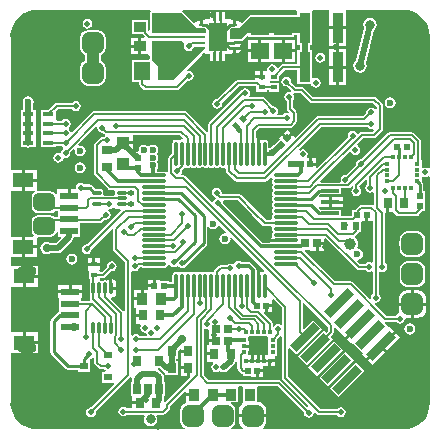
<source format=gbl>
G04 Layer_Physical_Order=4*
G04 Layer_Color=12500520*
%FSLAX25Y25*%
%MOIN*%
G70*
G01*
G75*
%ADD13R,0.02165X0.01772*%
%ADD19R,0.02165X0.02559*%
G04:AMPARAMS|DCode=20|XSize=70.87mil|YSize=70.87mil|CornerRadius=17.72mil|HoleSize=0mil|Usage=FLASHONLY|Rotation=0.000|XOffset=0mil|YOffset=0mil|HoleType=Round|Shape=RoundedRectangle|*
%AMROUNDEDRECTD20*
21,1,0.07087,0.03543,0,0,0.0*
21,1,0.03543,0.07087,0,0,0.0*
1,1,0.03543,0.01772,-0.01772*
1,1,0.03543,-0.01772,-0.01772*
1,1,0.03543,-0.01772,0.01772*
1,1,0.03543,0.01772,0.01772*
%
%ADD20ROUNDEDRECTD20*%
%ADD21R,0.02756X0.03543*%
%ADD22R,0.03543X0.02756*%
%ADD31R,0.03543X0.03937*%
%ADD32R,0.03937X0.03543*%
%ADD33R,0.02047X0.02047*%
G04:AMPARAMS|DCode=34|XSize=70.87mil|YSize=70.87mil|CornerRadius=17.72mil|HoleSize=0mil|Usage=FLASHONLY|Rotation=270.000|XOffset=0mil|YOffset=0mil|HoleType=Round|Shape=RoundedRectangle|*
%AMROUNDEDRECTD34*
21,1,0.07087,0.03543,0,0,270.0*
21,1,0.03543,0.07087,0,0,270.0*
1,1,0.03543,-0.01772,-0.01772*
1,1,0.03543,-0.01772,0.01772*
1,1,0.03543,0.01772,0.01772*
1,1,0.03543,0.01772,-0.01772*
%
%ADD34ROUNDEDRECTD34*%
%ADD35R,0.02756X0.02362*%
%ADD42R,0.02047X0.02047*%
%ADD43P,0.02895X4X180.0*%
%ADD45R,0.06102X0.02362*%
%ADD46R,0.07087X0.04724*%
%ADD52C,0.00787*%
%ADD53C,0.01969*%
%ADD54C,0.01378*%
%ADD55C,0.00630*%
%ADD56C,0.01181*%
%ADD58C,0.03937*%
%ADD59C,0.00984*%
%ADD61O,0.06299X0.03543*%
%ADD62C,0.18701*%
%ADD63C,0.17716*%
%ADD64C,0.01969*%
%ADD65C,0.03150*%
%ADD66C,0.02362*%
%ADD67C,0.02756*%
%ADD68C,0.05000*%
%ADD69R,0.02559X0.03543*%
%ADD70R,0.02835X0.02835*%
%ADD71R,0.03543X0.01673*%
G04:AMPARAMS|DCode=72|XSize=110mil|YSize=29mil|CornerRadius=0mil|HoleSize=0mil|Usage=FLASHONLY|Rotation=225.000|XOffset=0mil|YOffset=0mil|HoleType=Round|Shape=Rectangle|*
%AMROTATEDRECTD72*
4,1,4,0.02864,0.04914,0.04914,0.02864,-0.02864,-0.04914,-0.04914,-0.02864,0.02864,0.04914,0.0*
%
%ADD72ROTATEDRECTD72*%

%ADD73R,0.03740X0.10236*%
%ADD74R,0.01181X0.01772*%
%ADD75R,0.01772X0.01181*%
%ADD76R,0.05315X0.06102*%
%ADD77R,0.06102X0.05315*%
%ADD78R,0.09134X0.05630*%
%ADD79R,0.06496X0.09449*%
%ADD80O,0.02559X0.00984*%
%ADD81R,0.00984X0.03937*%
%ADD82R,0.04331X0.04331*%
G04:AMPARAMS|DCode=83|XSize=21.65mil|YSize=17.72mil|CornerRadius=0mil|HoleSize=0mil|Usage=FLASHONLY|Rotation=315.000|XOffset=0mil|YOffset=0mil|HoleType=Round|Shape=Rectangle|*
%AMROTATEDRECTD83*
4,1,4,-0.01392,0.00139,-0.00139,0.01392,0.01392,-0.00139,0.00139,-0.01392,-0.01392,0.00139,0.0*
%
%ADD83ROTATEDRECTD83*%

%ADD84R,0.06299X0.01181*%
G04:AMPARAMS|DCode=85|XSize=11.81mil|YSize=31.5mil|CornerRadius=1.95mil|HoleSize=0mil|Usage=FLASHONLY|Rotation=90.000|XOffset=0mil|YOffset=0mil|HoleType=Round|Shape=RoundedRectangle|*
%AMROUNDEDRECTD85*
21,1,0.01181,0.02760,0,0,90.0*
21,1,0.00791,0.03150,0,0,90.0*
1,1,0.00390,0.01380,0.00396*
1,1,0.00390,0.01380,-0.00396*
1,1,0.00390,-0.01380,-0.00396*
1,1,0.00390,-0.01380,0.00396*
%
%ADD85ROUNDEDRECTD85*%
%ADD86R,0.01575X0.01181*%
%ADD87R,0.01181X0.01575*%
G04:AMPARAMS|DCode=88|XSize=11.81mil|YSize=39.37mil|CornerRadius=1.95mil|HoleSize=0mil|Usage=FLASHONLY|Rotation=180.000|XOffset=0mil|YOffset=0mil|HoleType=Round|Shape=RoundedRectangle|*
%AMROUNDEDRECTD88*
21,1,0.01181,0.03547,0,0,180.0*
21,1,0.00791,0.03937,0,0,180.0*
1,1,0.00390,-0.00396,0.01774*
1,1,0.00390,0.00396,0.01774*
1,1,0.00390,0.00396,-0.01774*
1,1,0.00390,-0.00396,-0.01774*
%
%ADD88ROUNDEDRECTD88*%
%ADD89C,0.03937*%
%ADD90O,0.01181X0.08268*%
%ADD91O,0.08268X0.01181*%
G04:AMPARAMS|DCode=92|XSize=59.06mil|YSize=70.87mil|CornerRadius=14.76mil|HoleSize=0mil|Usage=FLASHONLY|Rotation=270.000|XOffset=0mil|YOffset=0mil|HoleType=Round|Shape=RoundedRectangle|*
%AMROUNDEDRECTD92*
21,1,0.05906,0.04134,0,0,270.0*
21,1,0.02953,0.07087,0,0,270.0*
1,1,0.02953,-0.02067,-0.01476*
1,1,0.02953,-0.02067,0.01476*
1,1,0.02953,0.02067,0.01476*
1,1,0.02953,0.02067,-0.01476*
%
%ADD92ROUNDEDRECTD92*%
G36*
X219903Y184029D02*
Y182794D01*
X219702Y182660D01*
X219346Y182126D01*
X219220Y181496D01*
X219346Y180866D01*
X219702Y180332D01*
X220236Y179975D01*
X220866Y179850D01*
X221496Y179975D01*
X221685Y180102D01*
X222185Y179834D01*
Y175923D01*
X221685Y175656D01*
X221628Y175693D01*
X221260Y175767D01*
X217815D01*
X217446Y175693D01*
X217134Y175484D01*
X216248Y174599D01*
X216039Y174286D01*
X216001Y174094D01*
X214882D01*
Y172150D01*
X214818Y172085D01*
X211260D01*
Y174252D01*
X204138D01*
X203708Y174681D01*
X203916Y175181D01*
X206980D01*
Y176772D01*
Y178362D01*
X203916D01*
X203708Y178862D01*
X204138Y179291D01*
X211260D01*
Y181320D01*
X213358D01*
X213727Y181393D01*
X214039Y181602D01*
X214664Y182227D01*
X215099Y182048D01*
X215118Y181572D01*
X214978Y181479D01*
X214621Y180945D01*
X214496Y180315D01*
X214621Y179685D01*
X214978Y179151D01*
X215512Y178795D01*
X216142Y178669D01*
X216772Y178795D01*
X217305Y179151D01*
X217662Y179685D01*
X217788Y180315D01*
X217662Y180945D01*
X217305Y181479D01*
X217271Y182051D01*
X219441Y184220D01*
X219903Y184029D01*
D02*
G37*
G36*
X191476Y141497D02*
Y136176D01*
X190976Y135909D01*
X190886Y135969D01*
X190256Y136095D01*
X189626Y135969D01*
X189092Y135613D01*
X188921Y135356D01*
X188856Y135275D01*
X188365Y135424D01*
Y136221D01*
X188292Y136589D01*
X188083Y136902D01*
X185344Y139640D01*
X185535Y140102D01*
X185721D01*
Y142126D01*
X186221D01*
Y142626D01*
X188244D01*
Y144022D01*
X188688Y144285D01*
X191476Y141497D01*
D02*
G37*
G36*
X186870Y131929D02*
Y129488D01*
Y127520D01*
Y125705D01*
X185933D01*
Y123917D01*
X184933D01*
Y125705D01*
X183965D01*
Y123917D01*
X182965D01*
Y125705D01*
X181996D01*
Y123917D01*
X180996D01*
Y125705D01*
X180059D01*
Y127150D01*
X180429D01*
Y128240D01*
X178642D01*
Y129240D01*
X180429D01*
Y130331D01*
X180413D01*
X180059Y130684D01*
Y131929D01*
X180469Y132146D01*
X186460D01*
X186870Y131929D01*
D02*
G37*
G36*
X172781Y166856D02*
X172534Y166395D01*
X172441Y166413D01*
X171734Y166273D01*
X171135Y165873D01*
X170735Y165274D01*
X170594Y164567D01*
X170735Y163860D01*
X171135Y163261D01*
X171734Y162861D01*
X172441Y162720D01*
X173148Y162861D01*
X173747Y163261D01*
X174147Y163860D01*
X174287Y164567D01*
X174269Y164660D01*
X174730Y164907D01*
X185541Y154095D01*
X185374Y153556D01*
X185154Y153512D01*
X185071Y153457D01*
X184808Y153509D01*
X184282Y153860D01*
X184161Y153884D01*
Y148819D01*
X183161D01*
Y154100D01*
X182900Y154322D01*
X182843Y154610D01*
X182573Y155014D01*
X181195Y156392D01*
X180791Y156661D01*
X180315Y156756D01*
X178012D01*
X177598Y157032D01*
X176969Y157158D01*
X176339Y157032D01*
X175805Y156676D01*
X175520Y156249D01*
X175448Y156142D01*
X174928Y156089D01*
X174842Y156147D01*
X174213Y156272D01*
X173583Y156147D01*
X173049Y155790D01*
X172969Y155670D01*
X170965D01*
X170565Y155590D01*
X170227Y155364D01*
X169144Y154281D01*
X168918Y153943D01*
X168886Y153782D01*
X168414Y153525D01*
X168338Y153522D01*
X167913Y153607D01*
X167437Y153512D01*
X167305Y153424D01*
X166929Y153281D01*
X166553Y153424D01*
X166421Y153512D01*
X165945Y153607D01*
X165469Y153512D01*
X165336Y153424D01*
X164961Y153281D01*
X164585Y153424D01*
X164453Y153512D01*
X163976Y153607D01*
X163500Y153512D01*
X163368Y153424D01*
X162992Y153281D01*
X162616Y153424D01*
X162484Y153512D01*
X162008Y153607D01*
X161532Y153512D01*
X161399Y153424D01*
X161024Y153281D01*
X160648Y153424D01*
X160516Y153512D01*
X160039Y153607D01*
X159563Y153512D01*
X159431Y153424D01*
X159055Y153281D01*
X158679Y153424D01*
X158547Y153512D01*
X158071Y153607D01*
X157595Y153512D01*
X157462Y153424D01*
X157087Y153281D01*
X156711Y153424D01*
X156579Y153512D01*
X156102Y153607D01*
X155626Y153512D01*
X155222Y153242D01*
X154953Y152838D01*
X154858Y152362D01*
Y150063D01*
X153622D01*
Y150472D01*
X150842D01*
Y150842D01*
X149319D01*
Y148819D01*
X148819D01*
Y148319D01*
X146795D01*
Y147457D01*
X145382D01*
Y144488D01*
X144882D01*
Y143988D01*
X142110D01*
Y141520D01*
X142898D01*
Y139476D01*
X145276D01*
Y138476D01*
X142898D01*
Y136205D01*
X144234D01*
X144501Y135705D01*
X144346Y135472D01*
X144220Y134843D01*
X144346Y134213D01*
X144702Y133679D01*
X145236Y133322D01*
X145866Y133197D01*
X146345Y132782D01*
X146380Y132607D01*
X146080Y132107D01*
X144184D01*
X144077Y132266D01*
X143543Y132623D01*
X142913Y132748D01*
X142284Y132623D01*
X141750Y132266D01*
X141701Y132194D01*
X141201Y132345D01*
Y153592D01*
X141701Y153859D01*
X141794Y153797D01*
X142423Y153672D01*
X143053Y153797D01*
X143587Y154154D01*
X143944Y154688D01*
X144034Y155139D01*
X144521D01*
X144799Y154953D01*
X145276Y154858D01*
X152362D01*
X152838Y154953D01*
X153242Y155222D01*
X153512Y155626D01*
X153560Y155866D01*
X154082Y155928D01*
X154348Y155529D01*
X154882Y155172D01*
X155512Y155047D01*
X156141Y155172D01*
X156406Y155349D01*
X157036Y155237D01*
X157104Y155136D01*
X157638Y154779D01*
X158268Y154653D01*
X158897Y154779D01*
X159432Y155136D01*
X159788Y155669D01*
X159842Y155942D01*
X166126Y162225D01*
X166374Y162597D01*
X166461Y163034D01*
Y168337D01*
X166961Y168488D01*
X167100Y168281D01*
X167699Y167881D01*
X168405Y167740D01*
X169112Y167881D01*
X169711Y168281D01*
X170087Y168843D01*
X170187Y168920D01*
X170594Y169043D01*
X172781Y166856D01*
D02*
G37*
G36*
X220185Y170417D02*
X221709D01*
X221773Y169944D01*
Y156792D01*
X221273Y156525D01*
X221102Y156639D01*
X220472Y156764D01*
X219843Y156639D01*
X219309Y156282D01*
X219175Y156081D01*
X217510D01*
X216551Y157040D01*
X216760Y157538D01*
X217293Y157644D01*
X217892Y158045D01*
X218293Y158644D01*
X218433Y159350D01*
X218293Y160057D01*
X217892Y160656D01*
X217293Y161056D01*
X216817Y161151D01*
X216740Y161220D01*
X216532Y161616D01*
X216524Y161680D01*
X216705Y162117D01*
X216794Y162795D01*
X216705Y163474D01*
X216443Y164106D01*
X216026Y164648D01*
X215812Y164813D01*
X215798Y165384D01*
X215826Y165433D01*
X216880Y166486D01*
X217084Y166791D01*
X217854D01*
Y170064D01*
X218208Y170417D01*
X219185D01*
Y172441D01*
X220185D01*
Y170417D01*
D02*
G37*
G36*
X240769Y185216D02*
Y109843D01*
X240782Y109778D01*
X240617Y108107D01*
X240111Y106437D01*
X239288Y104899D01*
X238182Y103550D01*
X236833Y102444D01*
X235295Y101621D01*
X233626Y101115D01*
X231954Y100951D01*
X231890Y100963D01*
X185181D01*
X185011Y101463D01*
X185402Y101763D01*
X185846Y102342D01*
X186126Y103017D01*
X186221Y103740D01*
Y105012D01*
X181653D01*
X177086D01*
Y103740D01*
X177182Y103017D01*
X177461Y102342D01*
X177905Y101763D01*
X178296Y101463D01*
X178126Y100963D01*
X174338D01*
X174289Y101463D01*
X174362Y101478D01*
X175157Y102009D01*
X175687Y102803D01*
X175874Y103740D01*
Y107283D01*
X175687Y108221D01*
X175157Y109015D01*
X174431Y109500D01*
X174439Y109776D01*
X174514Y110000D01*
X176811D01*
Y115197D01*
X177189Y115492D01*
X177929D01*
X178307Y115197D01*
Y110000D01*
X178307Y110000D01*
X178249Y109524D01*
X177905Y109260D01*
X177461Y108681D01*
X177182Y108007D01*
X177086Y107283D01*
Y106012D01*
X181653D01*
X186221D01*
Y107283D01*
X186126Y108007D01*
X185846Y108681D01*
X185402Y109260D01*
X184823Y109704D01*
X184149Y109984D01*
X183425Y110079D01*
X183110Y110394D01*
Y115197D01*
X183488Y115492D01*
X189961D01*
X198776Y106677D01*
X198748Y106535D01*
X198873Y105906D01*
X199230Y105372D01*
X199764Y105015D01*
X200394Y104890D01*
X201024Y105015D01*
X201557Y105372D01*
X201914Y105906D01*
X202018Y106429D01*
X202325Y106588D01*
X202528Y106625D01*
X203199Y105955D01*
X203199Y105955D01*
X203538Y105729D01*
X203937Y105649D01*
X209780D01*
X209860Y105529D01*
X210394Y105172D01*
X211024Y105047D01*
X211653Y105172D01*
X212187Y105529D01*
X212544Y106063D01*
X212669Y106693D01*
X212544Y107323D01*
X212187Y107857D01*
X211653Y108213D01*
X211024Y108339D01*
X210394Y108213D01*
X209860Y107857D01*
X209780Y107737D01*
X204369D01*
X193563Y118543D01*
Y127828D01*
X194025Y128020D01*
X196121Y125924D01*
X204790Y134593D01*
X201849Y137534D01*
X198768Y134454D01*
X198306Y134645D01*
Y142985D01*
X198768Y143177D01*
X206714Y135231D01*
Y133750D01*
X206173Y133209D01*
X205384Y133999D01*
X196715Y125330D01*
X199656Y122388D01*
X208325Y131057D01*
X207536Y131847D01*
X208358Y132669D01*
X208567Y132982D01*
X208641Y133351D01*
Y134855D01*
X209103Y135046D01*
X210970Y133179D01*
X211041Y133108D01*
X212420Y131729D01*
X217016Y136325D01*
X217723Y135618D01*
X213127Y131022D01*
X214506Y129643D01*
X214716Y129854D01*
X215100Y129572D01*
X215121Y129551D01*
X218020Y126652D01*
X218041Y126631D01*
X218322Y126248D01*
X218112Y126037D01*
X219491Y124658D01*
X224087Y129254D01*
X228683Y133851D01*
X227304Y135229D01*
X227094Y135019D01*
X227094D01*
X226710Y135300D01*
X226689Y135321D01*
X225641Y136369D01*
X225729Y136660D01*
X225867Y136850D01*
X229465D01*
X229545Y136730D01*
X230079Y136373D01*
X230709Y136248D01*
X231339Y136373D01*
X231872Y136730D01*
X232229Y137264D01*
X232340Y137822D01*
X232357Y137896D01*
X232796Y138238D01*
X233169Y138189D01*
X234441D01*
Y142256D01*
X230374D01*
Y140984D01*
X230469Y140261D01*
X230568Y140021D01*
X230263Y139451D01*
X230079Y139414D01*
X229545Y139058D01*
X229465Y138937D01*
X226220D01*
X222355Y142802D01*
X222601Y143263D01*
X222736Y143236D01*
X223366Y143361D01*
X223900Y143718D01*
X224257Y144252D01*
X224382Y144882D01*
X224257Y145512D01*
X223900Y146046D01*
X223700Y146179D01*
Y153340D01*
X224112Y153596D01*
X224200Y153592D01*
X224803Y153472D01*
X225433Y153598D01*
X225967Y153954D01*
X226324Y154488D01*
X226449Y155118D01*
X226324Y155748D01*
X225967Y156282D01*
X225847Y156362D01*
Y173228D01*
X226157Y173606D01*
X226272D01*
Y176378D01*
X227272D01*
Y173606D01*
X228570D01*
X228790Y173278D01*
X229577Y172490D01*
X229577Y172490D01*
X229916Y172264D01*
X230315Y172185D01*
X236220D01*
X236221Y172185D01*
X236620Y172264D01*
X236959Y172490D01*
X238140Y173671D01*
X238140Y173671D01*
X238317Y173937D01*
X239055D01*
Y177087D01*
Y180394D01*
X238546D01*
Y182776D01*
X238458Y183214D01*
X238211Y183585D01*
X238031Y183764D01*
Y184410D01*
Y184999D01*
X238531Y185266D01*
X238642Y185192D01*
X239272Y185067D01*
X239901Y185192D01*
X240269Y185438D01*
X240769Y185216D01*
D02*
G37*
G36*
X220096Y201592D02*
X220630Y201235D01*
X221260Y201110D01*
X221890Y201235D01*
X222200Y200842D01*
X221615Y200256D01*
X218194D01*
X217794Y200177D01*
X217456Y199951D01*
X216952Y199447D01*
X216387Y199589D01*
X216124Y199983D01*
X215591Y200339D01*
X214961Y200465D01*
X214331Y200339D01*
X213797Y199983D01*
X213440Y199449D01*
X213315Y198819D01*
X213420Y198291D01*
X203273Y188144D01*
X202811Y188335D01*
Y188870D01*
X200787D01*
Y189370D01*
X200287D01*
Y191394D01*
X200084D01*
X199817Y191894D01*
X199946Y192087D01*
X200071Y192717D01*
X199946Y193346D01*
X199589Y193880D01*
X199055Y194237D01*
X198425Y194362D01*
X197795Y194237D01*
X197318Y193918D01*
X197000Y194307D01*
X204405Y201712D01*
X220016D01*
X220096Y201592D01*
D02*
G37*
G36*
X158604Y198105D02*
X158357Y197644D01*
X158071Y197701D01*
X157595Y197606D01*
X157191Y197337D01*
X156982D01*
X156579Y197606D01*
X156102Y197701D01*
X155626Y197606D01*
X155222Y197337D01*
X154953Y196933D01*
X154858Y196457D01*
Y193031D01*
X153748Y191921D01*
X153539Y191609D01*
X153466Y191240D01*
Y186962D01*
X152966Y186695D01*
X152838Y186780D01*
X152362Y186874D01*
X149670D01*
Y187630D01*
X149731Y187671D01*
X150131Y188270D01*
X150272Y188976D01*
X150131Y189683D01*
X149781Y190207D01*
X150131Y190730D01*
X150272Y191437D01*
X150131Y192144D01*
X149731Y192743D01*
X149642Y192802D01*
X150033Y193388D01*
X150173Y194095D01*
X150033Y194801D01*
X149632Y195400D01*
X149033Y195800D01*
X148327Y195941D01*
X147620Y195800D01*
X147269Y195566D01*
X146900Y195441D01*
X146530Y195566D01*
X146179Y195800D01*
X145472Y195941D01*
X144766Y195800D01*
X144167Y195400D01*
X143766Y194801D01*
X143626Y194095D01*
X143672Y193862D01*
X143262Y193362D01*
X141748D01*
Y195957D01*
X138583D01*
Y196957D01*
X141748D01*
Y199278D01*
X157431D01*
X158604Y198105D01*
D02*
G37*
G36*
X195768Y213031D02*
X195768Y213031D01*
X197600D01*
X200640Y209990D01*
X200979Y209764D01*
X201045Y209751D01*
X201378Y209685D01*
X201378Y209685D01*
X221812D01*
X222972Y208524D01*
Y207896D01*
X222472Y207745D01*
X222424Y207817D01*
X221890Y208174D01*
X221260Y208299D01*
X220630Y208174D01*
X220096Y207817D01*
X219739Y207283D01*
X219614Y206653D01*
X219642Y206512D01*
X218505Y205374D01*
X203543D01*
X203543Y205374D01*
X203210Y205308D01*
X203144Y205295D01*
X202805Y205069D01*
X202805Y205069D01*
X195950Y198214D01*
X195024Y199140D01*
X193593Y197709D01*
X193239Y198062D01*
X192886Y197709D01*
X191455Y199140D01*
X190378Y198062D01*
X190639Y197801D01*
X188674Y195835D01*
X188679Y195830D01*
X187589Y194739D01*
X187482Y194718D01*
X187374Y194646D01*
X186874Y194913D01*
Y196457D01*
X186780Y196933D01*
X186510Y197337D01*
X186106Y197606D01*
X185630Y197701D01*
X185154Y197606D01*
X185071Y197551D01*
X184808Y197603D01*
X184282Y197955D01*
X184161Y197979D01*
Y192913D01*
X183161D01*
Y197979D01*
X183156Y197978D01*
X182656Y198254D01*
Y200487D01*
X183765Y201596D01*
X194291D01*
X194660Y201669D01*
X194973Y201878D01*
X196055Y202960D01*
X196264Y203273D01*
X196337Y203642D01*
Y206551D01*
X196264Y206920D01*
X196055Y207232D01*
X194959Y208328D01*
Y210607D01*
X195019Y210647D01*
X195376Y211181D01*
X195501Y211811D01*
X195376Y212441D01*
X195245Y212638D01*
X195318Y212815D01*
X195555Y213073D01*
X195768Y213031D01*
D02*
G37*
G36*
X158986Y229597D02*
X158811Y229335D01*
X158686Y228705D01*
X158811Y228075D01*
X159168Y227541D01*
X159702Y227185D01*
X160332Y227059D01*
X160962Y227185D01*
X161496Y227541D01*
X161852Y228075D01*
X161955Y228589D01*
X165354Y228346D01*
Y227559D01*
X164173Y226378D01*
X155512Y217323D01*
X150000D01*
Y222143D01*
X148395Y223747D01*
X148169Y224153D01*
D01*
X147953Y224639D01*
X147953Y230282D01*
X158260Y230323D01*
X158986Y229597D01*
D02*
G37*
G36*
X169406Y188220D02*
X169882Y188126D01*
X170358Y188220D01*
X170490Y188309D01*
X170866Y188451D01*
X171242Y188309D01*
X171374Y188220D01*
X171850Y188126D01*
X172275Y188210D01*
X172371Y188191D01*
X172775Y187919D01*
Y187205D01*
X172775Y187205D01*
X172855Y186805D01*
X173081Y186467D01*
X175640Y183908D01*
X175979Y183681D01*
X176378Y183602D01*
X185863D01*
X185863Y183602D01*
X186262Y183681D01*
X186601Y183908D01*
X187683Y184990D01*
X188194Y184900D01*
X188396Y184500D01*
X188309Y184270D01*
X188220Y184138D01*
X188126Y183661D01*
X188220Y183185D01*
X188490Y182782D01*
Y182573D01*
X188220Y182169D01*
X188126Y181693D01*
X188220Y181217D01*
X188309Y181085D01*
X188451Y180709D01*
X188309Y180333D01*
X188220Y180201D01*
X188126Y179724D01*
X188220Y179248D01*
X188490Y178844D01*
Y178636D01*
X188220Y178232D01*
X188126Y177756D01*
X188220Y177280D01*
X188490Y176876D01*
Y176667D01*
X188220Y176264D01*
X188126Y175787D01*
X188220Y175311D01*
X188309Y175179D01*
X188451Y174803D01*
X188309Y174427D01*
X188220Y174295D01*
X188126Y173819D01*
X188220Y173343D01*
X188490Y172939D01*
Y172730D01*
X188220Y172327D01*
X188126Y171850D01*
X188210Y171426D01*
X188191Y171330D01*
X187919Y170926D01*
X186062D01*
X183021Y173966D01*
X183021Y173966D01*
X177903Y179084D01*
X177903Y179084D01*
X177565Y179311D01*
X177165Y179390D01*
X177165Y179390D01*
X171735D01*
X171325Y179890D01*
X171331Y179921D01*
X171205Y180551D01*
X170849Y181085D01*
X170315Y181442D01*
X169685Y181567D01*
X169055Y181442D01*
X168521Y181085D01*
X168165Y180551D01*
X168039Y179921D01*
X168165Y179291D01*
X168521Y178758D01*
X169055Y178401D01*
X169287Y177880D01*
X169258Y177771D01*
X168915Y177542D01*
X168558Y177008D01*
X168527Y176850D01*
X167984Y176685D01*
X159244Y185425D01*
X158932Y185634D01*
X158563Y185707D01*
X158091D01*
X157870Y186207D01*
X158115Y186575D01*
X158240Y187205D01*
X158212Y187346D01*
X158809Y187943D01*
X158809Y187943D01*
X159035Y188282D01*
X159536Y188238D01*
X159563Y188220D01*
X160039Y188126D01*
X160516Y188220D01*
X160919Y188490D01*
X161128D01*
X161532Y188220D01*
X162008Y188126D01*
X162484Y188220D01*
X162888Y188490D01*
X163096D01*
X163500Y188220D01*
X163976Y188126D01*
X164453Y188220D01*
X164585Y188309D01*
X164961Y188451D01*
X165336Y188309D01*
X165469Y188220D01*
X165945Y188126D01*
X166421Y188220D01*
X166825Y188490D01*
X167034D01*
X167437Y188220D01*
X167913Y188126D01*
X168390Y188220D01*
X168793Y188490D01*
X169002D01*
X169406Y188220D01*
D02*
G37*
G36*
X216429Y154437D02*
X216742Y154228D01*
X217110Y154155D01*
X219175D01*
X219309Y153954D01*
X219843Y153598D01*
X220472Y153472D01*
X221102Y153598D01*
X221273Y153712D01*
X221773Y153444D01*
Y146179D01*
X221572Y146046D01*
X221216Y145512D01*
X221090Y144882D01*
X221117Y144747D01*
X220656Y144501D01*
X215108Y150049D01*
X214770Y150275D01*
X214370Y150355D01*
X214370Y150355D01*
X209094D01*
X199004Y160445D01*
X199211Y160945D01*
X200732D01*
Y160575D01*
X202650D01*
Y162992D01*
X203150D01*
Y163492D01*
X205567D01*
Y164592D01*
X206067Y164799D01*
X216429Y154437D01*
D02*
G37*
G36*
X166440Y134478D02*
X166571Y134504D01*
X167071Y134094D01*
Y132929D01*
X166972D01*
Y131012D01*
X169390D01*
Y130012D01*
X166972D01*
Y129051D01*
X166421D01*
Y126779D01*
X168799D01*
Y125779D01*
X166421D01*
Y123508D01*
X168458D01*
X168610Y123008D01*
X168324Y122817D01*
X167968Y122283D01*
X167842Y121653D01*
X167968Y121024D01*
X168324Y120490D01*
X168858Y120133D01*
X169488Y120008D01*
X170118Y120133D01*
X170652Y120490D01*
X170687D01*
X171221Y120133D01*
X171850Y120008D01*
X172146D01*
X172775Y120133D01*
X173309Y120490D01*
X175475Y122655D01*
X175831Y123189D01*
X175915Y123607D01*
X176180Y123661D01*
X176614Y123271D01*
Y121358D01*
X176614Y121358D01*
X176693Y120959D01*
X176919Y120620D01*
X177707Y119833D01*
X177707Y119833D01*
X178045Y119607D01*
X178366Y119543D01*
Y118917D01*
X181146D01*
Y118547D01*
X182669D01*
Y120571D01*
X183169D01*
Y121071D01*
X185193D01*
Y122130D01*
X186902D01*
Y123917D01*
X187402D01*
Y124417D01*
X188992D01*
Y125551D01*
X189705D01*
Y127520D01*
Y129488D01*
Y130763D01*
X190937Y131996D01*
X190976Y132054D01*
X191476Y131903D01*
Y118110D01*
X191476Y118110D01*
X191555Y117711D01*
X191782Y117372D01*
X200126Y109028D01*
X200129Y108902D01*
X199946Y108500D01*
X199902Y108503D01*
X191132Y117273D01*
X190793Y117500D01*
X190394Y117579D01*
X190394Y117579D01*
X166968D01*
X165453Y119094D01*
Y134286D01*
X165953Y134575D01*
X166440Y134478D01*
D02*
G37*
G36*
X199508Y238229D02*
Y233071D01*
X179921D01*
X177953Y231102D01*
X174016Y231102D01*
Y234209D01*
X174452Y234646D01*
X177165D01*
X181102Y238583D01*
X199154Y238583D01*
X199508Y238229D01*
D02*
G37*
G36*
X162992Y234646D02*
X165705D01*
X166142Y234209D01*
Y233071D01*
X148031D01*
Y239764D01*
X157874D01*
X162992Y234646D01*
D02*
G37*
G36*
X157760Y127614D02*
Y127469D01*
X160138D01*
Y126469D01*
X157760D01*
Y124197D01*
Y121957D01*
X160138D01*
Y121457D01*
X160638D01*
Y118240D01*
X160645Y118223D01*
X152388Y109966D01*
X151983Y110252D01*
X152013Y110295D01*
X152138Y110925D01*
Y112067D01*
X152402D01*
Y116870D01*
X152138D01*
Y118307D01*
X152013Y118937D01*
X151656Y119471D01*
X150376Y120750D01*
X150070Y120955D01*
X150218Y121439D01*
X150598Y121484D01*
X151789Y120293D01*
X152323Y119936D01*
X152618Y119878D01*
Y119055D01*
X156634D01*
Y123858D01*
X156272D01*
Y124567D01*
X156634D01*
Y127141D01*
X157298Y127805D01*
X157760Y127614D01*
D02*
G37*
G36*
X181545Y172490D02*
X181545Y172490D01*
X184892Y169144D01*
X185231Y168918D01*
X185297Y168904D01*
X185630Y168838D01*
X185630Y168838D01*
X187919D01*
X188191Y168434D01*
X188210Y168338D01*
X188126Y167913D01*
X188220Y167437D01*
X188490Y167034D01*
Y166825D01*
X188220Y166421D01*
X188126Y165945D01*
X188220Y165469D01*
X188276Y165386D01*
X188223Y165123D01*
X187872Y164597D01*
X187848Y164476D01*
X192913D01*
Y163476D01*
X187568D01*
X187385Y163252D01*
X184964D01*
X171696Y176520D01*
X171640Y176803D01*
X171958Y177303D01*
X176733D01*
X181545Y172490D01*
D02*
G37*
G36*
X233626Y240617D02*
X235295Y240111D01*
X236833Y239288D01*
X238182Y238182D01*
X239288Y236833D01*
X240111Y235295D01*
X240617Y233626D01*
X240782Y231954D01*
X240769Y231890D01*
Y188209D01*
X240269Y187988D01*
X239901Y188233D01*
X239272Y188358D01*
X238642Y188233D01*
X238531Y188159D01*
X238194Y188286D01*
X238031Y188426D01*
Y190788D01*
X237815D01*
Y197011D01*
X237815Y197011D01*
X237749Y197344D01*
X237736Y197411D01*
X237510Y197749D01*
X235544Y199714D01*
X235206Y199941D01*
X234806Y200020D01*
X234806Y200020D01*
X227323D01*
X227323Y200020D01*
X226990Y199954D01*
X226923Y199941D01*
X226585Y199714D01*
X217858Y190988D01*
X217717Y191016D01*
X217087Y190891D01*
X216553Y190534D01*
X216196Y190000D01*
X216071Y189370D01*
X216099Y189228D01*
X212740Y185870D01*
X212598Y185898D01*
X211969Y185773D01*
X211435Y185416D01*
X211078Y184882D01*
X210953Y184252D01*
X211053Y183747D01*
X210773Y183247D01*
X204357D01*
X204166Y183709D01*
X213948Y193491D01*
X214506Y193342D01*
X214781Y192931D01*
X215315Y192574D01*
X215945Y192449D01*
X216575Y192574D01*
X217109Y192931D01*
X217465Y193465D01*
X217591Y194095D01*
X217465Y194724D01*
X217109Y195258D01*
X216697Y195533D01*
X216548Y196091D01*
X218626Y198169D01*
X222047D01*
X222047Y198169D01*
X222447Y198248D01*
X222785Y198475D01*
X224754Y200443D01*
X224754Y200443D01*
X224980Y200782D01*
X225059Y201181D01*
Y208957D01*
X225059Y208957D01*
X224980Y209356D01*
X224905Y209468D01*
X224754Y209695D01*
X224754Y209695D01*
X222982Y211466D01*
X222643Y211693D01*
X222244Y211772D01*
X222244Y211772D01*
X201811D01*
X198770Y214813D01*
X198431Y215039D01*
X198032Y215119D01*
X198032Y215119D01*
X196200D01*
X194531Y216788D01*
X194559Y216929D01*
X194434Y217559D01*
X194077Y218093D01*
X193543Y218450D01*
X192913Y218575D01*
X192284Y218450D01*
X191750Y218093D01*
X191393Y217559D01*
X191268Y216929D01*
X191393Y216299D01*
X191750Y215765D01*
X192284Y215409D01*
X192913Y215283D01*
X193055Y215312D01*
X194535Y213831D01*
X194289Y213371D01*
X193856Y213457D01*
X193226Y213332D01*
X192692Y212975D01*
X192335Y212441D01*
X192210Y211811D01*
X192335Y211181D01*
X192692Y210647D01*
X193033Y210420D01*
Y207929D01*
X193106Y207560D01*
X193315Y207248D01*
X193727Y206836D01*
X193480Y206375D01*
X193012Y206469D01*
X192382Y206343D01*
X191848Y205987D01*
X191676Y205729D01*
X190218D01*
X189951Y206229D01*
X190103Y206457D01*
X190228Y207087D01*
X190103Y207716D01*
X189746Y208250D01*
X189213Y208607D01*
X188583Y208732D01*
X188441Y208704D01*
X185738Y211407D01*
X185399Y211633D01*
X185000Y211713D01*
X185000Y211713D01*
X180822D01*
X180555Y212213D01*
X180654Y212362D01*
X180780Y212992D01*
X180654Y213622D01*
X180298Y214156D01*
X179764Y214513D01*
X179134Y214638D01*
X178504Y214513D01*
X177970Y214156D01*
X177613Y213622D01*
X177612Y213616D01*
X167175Y203179D01*
X166949Y202840D01*
X166870Y202441D01*
X166870Y202441D01*
Y200357D01*
X166370Y200150D01*
X159638Y206882D01*
X159325Y207091D01*
X158957Y207164D01*
X128937D01*
X128568Y207091D01*
X128256Y206882D01*
X121386Y200012D01*
X120843Y200177D01*
X120812Y200335D01*
X120455Y200869D01*
X120339Y200946D01*
Y201547D01*
X120554Y201691D01*
X120910Y202224D01*
X121036Y202854D01*
X120910Y203484D01*
X120554Y204018D01*
X120020Y204375D01*
X119390Y204500D01*
X118760Y204375D01*
X118226Y204018D01*
X118146Y203898D01*
X116427D01*
X116422Y203899D01*
X115984Y204398D01*
X115984Y204537D01*
X115984Y204821D01*
Y206929D01*
X116771Y207716D01*
X121492D01*
X121572Y207596D01*
X122106Y207239D01*
X122736Y207114D01*
X123366Y207239D01*
X123900Y207596D01*
X124257Y208130D01*
X124382Y208760D01*
X124257Y209390D01*
X123900Y209924D01*
X123366Y210280D01*
X122736Y210406D01*
X122106Y210280D01*
X121572Y209924D01*
X121492Y209804D01*
X116339D01*
X115939Y209724D01*
X115601Y209498D01*
X113574Y207470D01*
X111181D01*
Y204821D01*
Y204814D01*
X111181Y204321D01*
X111181Y204037D01*
Y201388D01*
X111181D01*
Y201171D01*
X111181D01*
Y198238D01*
X111181D01*
Y198022D01*
X111181D01*
Y195089D01*
X115984D01*
Y195511D01*
X118047D01*
X118128Y195391D01*
X118548Y195110D01*
X118584Y194958D01*
Y194708D01*
X118548Y194555D01*
X118128Y194274D01*
X117771Y193740D01*
X117722Y193494D01*
X117580Y193113D01*
X117179Y193132D01*
X116929Y193181D01*
X116299Y193056D01*
X115765Y192699D01*
X115409Y192165D01*
X115283Y191535D01*
X115409Y190906D01*
X115765Y190372D01*
X116299Y190015D01*
X116929Y189890D01*
X117559Y190015D01*
X118093Y190372D01*
X118450Y190906D01*
X118499Y191151D01*
X118640Y191532D01*
X119042Y191514D01*
X119291Y191464D01*
X119921Y191590D01*
X120455Y191946D01*
X120812Y192480D01*
X120937Y193110D01*
X120890Y193347D01*
X121984Y194440D01*
X122445Y194194D01*
X122366Y193799D01*
X122507Y193093D01*
X122907Y192494D01*
X123506Y192093D01*
X124213Y191953D01*
X124919Y192093D01*
X125518Y192494D01*
X125918Y193093D01*
X126059Y193799D01*
X125918Y194506D01*
X125518Y195105D01*
X124919Y195505D01*
X124213Y195646D01*
X123818Y195567D01*
X123572Y196028D01*
X129420Y201876D01*
X129881Y201630D01*
X129850Y201476D01*
X129975Y200847D01*
X130332Y200313D01*
X130866Y199956D01*
X131496Y199831D01*
X131732Y199878D01*
X132050Y199560D01*
X132304Y199390D01*
X132359Y199095D01*
X132356Y198843D01*
X132007Y198609D01*
X131927Y198489D01*
X131402D01*
X131402Y198489D01*
X131069Y198423D01*
X131003Y198410D01*
X130664Y198184D01*
X130664Y198184D01*
X128986Y196506D01*
X128760Y196167D01*
X128681Y195768D01*
X128681Y195768D01*
Y186417D01*
X128681Y186417D01*
X128760Y186018D01*
X128986Y185679D01*
X133514Y181152D01*
X133853Y180926D01*
X134252Y180846D01*
X135418D01*
X135777Y180346D01*
X135771Y180317D01*
Y179526D01*
X135793Y179416D01*
X135510Y178975D01*
X135426Y178916D01*
X132290D01*
X132207Y178975D01*
X131923Y179416D01*
X131945Y179526D01*
Y180317D01*
X131881Y180639D01*
X131699Y180912D01*
X131426Y181094D01*
X131104Y181158D01*
X129318D01*
X128171Y182305D01*
X127800Y182553D01*
X127362Y182640D01*
X125586D01*
X125573Y182660D01*
X125039Y183017D01*
X124409Y183142D01*
X123780Y183017D01*
X123246Y182660D01*
X122889Y182126D01*
X122764Y181496D01*
X122782Y181406D01*
X122464Y181020D01*
X121046D01*
Y178839D01*
X120046D01*
Y181020D01*
X116495D01*
Y179513D01*
X115995Y179361D01*
X115790Y179668D01*
X115094Y180134D01*
X114272Y180297D01*
X110160D01*
X110098Y180346D01*
X109783Y180736D01*
Y183457D01*
X105740D01*
Y180595D01*
X108879D01*
X108959Y180496D01*
X108858Y179828D01*
X108619Y179668D01*
X108154Y178971D01*
X107990Y178150D01*
Y175197D01*
X108154Y174375D01*
X108619Y173678D01*
X109316Y173213D01*
X110138Y173049D01*
X114272D01*
X115094Y173213D01*
X115764Y173661D01*
X116865D01*
Y173091D01*
X116865Y173091D01*
D01*
X116865Y173091D01*
X116816Y172776D01*
X116816D01*
X116816Y172776D01*
X116816D01*
X116816Y172611D01*
Y171811D01*
X115764D01*
X115094Y172260D01*
X114272Y172423D01*
X110138D01*
X109316Y172260D01*
X108619Y171794D01*
X108154Y171097D01*
X107990Y170276D01*
Y167323D01*
X108154Y166501D01*
X108619Y165804D01*
X108668Y165772D01*
X108516Y165272D01*
X105740D01*
Y162409D01*
X109783D01*
Y164827D01*
Y164884D01*
X110138Y165175D01*
X114272D01*
X115094Y165339D01*
X115790Y165804D01*
X116256Y166501D01*
X116316Y166804D01*
X116816Y166754D01*
Y165217D01*
X117674D01*
X117865Y164755D01*
X116174Y163063D01*
X114143D01*
X113776Y163309D01*
X112992Y163464D01*
X112209Y163309D01*
X111545Y162865D01*
X111101Y162201D01*
X110945Y161417D01*
X111101Y160634D01*
X111545Y159970D01*
X112209Y159526D01*
X112992Y159370D01*
X113776Y159526D01*
X114143Y159772D01*
X116855D01*
X117485Y159897D01*
X118019Y160254D01*
X121562Y163797D01*
X121919Y164331D01*
X122044Y164961D01*
Y165217D01*
X124178D01*
Y168654D01*
X124178Y168839D01*
Y168996D01*
Y169154D01*
X124178Y169304D01*
X124261Y169804D01*
X130905D01*
X131274Y169878D01*
X131587Y170087D01*
X132441Y170941D01*
X132677Y170894D01*
X133307Y171019D01*
X133841Y171376D01*
X134198Y171910D01*
X134323Y172539D01*
X134198Y173169D01*
X133841Y173703D01*
X133566Y173887D01*
X133761Y174358D01*
X133858Y174338D01*
X134488Y174464D01*
X135022Y174820D01*
X135063Y174882D01*
X135656Y174869D01*
X135751Y174727D01*
X136146Y174463D01*
X136612Y174370D01*
X137595D01*
X137787Y173908D01*
X126520Y162641D01*
X126378Y162669D01*
X125748Y162544D01*
X125214Y162187D01*
X124857Y161653D01*
X124732Y161024D01*
X124857Y160394D01*
X125214Y159860D01*
X125748Y159503D01*
X126378Y159378D01*
X127008Y159503D01*
X127542Y159860D01*
X127899Y160394D01*
X128024Y161024D01*
X127996Y161165D01*
X134663Y167832D01*
X134989Y167718D01*
X135139Y167602D01*
Y161061D01*
X135139Y161061D01*
X135219Y160662D01*
X135445Y160323D01*
X139114Y156654D01*
Y140533D01*
X138614Y140381D01*
X138533Y140502D01*
X138533Y140502D01*
X134495Y144540D01*
X134703Y145040D01*
X134845D01*
X135311Y145132D01*
X135706Y145396D01*
X135970Y145792D01*
X136063Y146258D01*
Y147531D01*
X134449D01*
Y148031D01*
X133949D01*
Y151003D01*
X133587Y150931D01*
X133192Y150667D01*
X133143Y150593D01*
X132876Y150646D01*
X132085D01*
X131763Y150582D01*
X131496Y150404D01*
X131229Y150582D01*
X130938Y150640D01*
X130877Y150698D01*
X130634Y151118D01*
X130750Y151399D01*
X131791D01*
X132160Y151472D01*
X132473Y151681D01*
X134508Y153716D01*
X134744Y153669D01*
X135374Y153795D01*
X135908Y154151D01*
X136265Y154685D01*
X136390Y155315D01*
X136265Y155945D01*
X135908Y156479D01*
X135374Y156835D01*
X134744Y156961D01*
X134114Y156835D01*
X133580Y156479D01*
X133224Y155945D01*
X133098Y155315D01*
X133145Y155079D01*
X131392Y153326D01*
X130806D01*
X130651Y153481D01*
X130559Y153993D01*
X130823Y154217D01*
D01*
Y154334D01*
X130823Y154388D01*
Y155602D01*
X126657D01*
Y154388D01*
X126657Y154334D01*
Y154217D01*
Y154217D01*
X127028Y153903D01*
X127028Y153717D01*
Y151043D01*
X127500D01*
Y150320D01*
X127371Y150127D01*
X127307Y149805D01*
Y146258D01*
X127371Y145936D01*
X127500Y145743D01*
Y144291D01*
X127500Y144291D01*
X127514Y144221D01*
X127138Y143721D01*
X124523D01*
Y144669D01*
X124893D01*
Y146350D01*
X120842D01*
X116790D01*
Y144669D01*
X117160D01*
Y141102D01*
X117160Y141102D01*
D01*
X117160Y141102D01*
X117111Y140787D01*
X117111D01*
X117111Y140787D01*
X117111D01*
X117111Y140623D01*
Y140078D01*
X116885Y140033D01*
X116514Y139785D01*
X114545Y137817D01*
X114297Y137446D01*
X114210Y137008D01*
Y126772D01*
X114297Y126334D01*
X114545Y125963D01*
X119270Y121238D01*
X119641Y120990D01*
X120079Y120903D01*
X123583D01*
Y120236D01*
X127598D01*
Y123858D01*
X127598D01*
X127516Y124358D01*
X127533Y124412D01*
X127795Y124464D01*
X128329Y124820D01*
X128378Y124893D01*
X128878Y124741D01*
Y123228D01*
X128878Y123228D01*
X128957Y122829D01*
X129183Y122490D01*
X130364Y121309D01*
X130364Y121309D01*
X130703Y121083D01*
X130769Y121070D01*
X131102Y121004D01*
X131102Y121004D01*
X132221D01*
X132301Y120884D01*
X132698Y120618D01*
X132546Y120118D01*
X131457D01*
Y116496D01*
X135415D01*
X135729Y116102D01*
X127937Y108310D01*
X127795Y108339D01*
X127165Y108213D01*
X126631Y107857D01*
X126275Y107323D01*
X126149Y106693D01*
X126275Y106063D01*
X126631Y105529D01*
X127165Y105172D01*
X127795Y105047D01*
X128425Y105172D01*
X128959Y105529D01*
X129316Y106063D01*
X129441Y106693D01*
X129413Y106834D01*
X140895Y118317D01*
X140954Y118405D01*
X141425Y118210D01*
X141366Y117913D01*
Y116870D01*
X141102D01*
Y112067D01*
X141618D01*
Y110441D01*
X143996D01*
Y109441D01*
X141618D01*
Y107973D01*
X139827D01*
X139746Y108093D01*
X139213Y108450D01*
X138583Y108575D01*
X137953Y108450D01*
X137419Y108093D01*
X137062Y107559D01*
X136937Y106929D01*
X137062Y106299D01*
X137419Y105765D01*
X137953Y105409D01*
X138583Y105283D01*
X139213Y105409D01*
X139746Y105765D01*
X139827Y105886D01*
X145510D01*
X145746Y105445D01*
X145577Y105191D01*
X145406Y104331D01*
X145577Y103471D01*
X146064Y102741D01*
X146793Y102254D01*
X147653Y102083D01*
X148514Y102254D01*
X149243Y102741D01*
X149730Y103471D01*
X149901Y104331D01*
X149730Y105191D01*
X149561Y105445D01*
X149797Y105886D01*
X151811D01*
X151811Y105886D01*
X152210Y105965D01*
X152549Y106191D01*
X153864Y107506D01*
X154090Y107845D01*
X154103Y107911D01*
X154170Y108244D01*
X154170Y108244D01*
Y108796D01*
X158971Y113598D01*
X159433Y113406D01*
Y113098D01*
X162205D01*
Y112098D01*
X159433D01*
Y109643D01*
X158945Y109546D01*
X158150Y109015D01*
X157620Y108221D01*
X157433Y107283D01*
Y103740D01*
X157620Y102803D01*
X158150Y102009D01*
X158945Y101478D01*
X159018Y101463D01*
X158969Y100963D01*
X109843D01*
X109778Y100951D01*
X108107Y101115D01*
X106437Y101621D01*
X104899Y102444D01*
X103550Y103550D01*
X102444Y104899D01*
X101621Y106437D01*
X101115Y108107D01*
X100951Y109778D01*
X100963Y109843D01*
Y126071D01*
X100992Y126559D01*
X101463Y126559D01*
X105035D01*
Y129921D01*
Y133283D01*
X101463D01*
X100992Y133283D01*
X100963Y133772D01*
Y148118D01*
X100992Y148606D01*
X101463Y148606D01*
X105035D01*
Y151969D01*
Y155331D01*
X101463D01*
X100992Y155331D01*
X100963Y155819D01*
Y158547D01*
X104740D01*
Y161909D01*
Y165272D01*
X100963D01*
Y180595D01*
X104740D01*
Y183957D01*
Y187319D01*
X100963D01*
Y231890D01*
X100951Y231954D01*
X101115Y233626D01*
X101621Y235295D01*
X102444Y236833D01*
X103550Y238182D01*
X104899Y239288D01*
X106437Y240111D01*
X108107Y240617D01*
X109778Y240782D01*
X109843Y240769D01*
X147502D01*
X147654Y240269D01*
X147577Y240218D01*
X147438Y240010D01*
X147389Y239764D01*
Y234085D01*
X146889Y233838D01*
X146693Y233988D01*
Y237441D01*
X141496D01*
Y232638D01*
X145134D01*
X145798Y231974D01*
X145606Y231512D01*
X144595D01*
Y228740D01*
Y225969D01*
X146810D01*
X147310Y225571D01*
Y225109D01*
X147310Y224639D01*
X147036Y224222D01*
X147004Y224192D01*
X146936Y224153D01*
X141595D01*
Y216791D01*
X143919D01*
Y216142D01*
X143992Y215773D01*
X144201Y215460D01*
X145382Y214279D01*
X145694Y214071D01*
X146063Y213997D01*
X156299D01*
X156668Y214071D01*
X156980Y214279D01*
X159944Y217243D01*
X160355Y217161D01*
X160985Y217287D01*
X161519Y217643D01*
X161876Y218177D01*
X162001Y218807D01*
X161876Y219437D01*
X161519Y219971D01*
X160985Y220328D01*
X160355Y220453D01*
X160023Y220387D01*
X159771Y220846D01*
X164632Y225929D01*
X165331Y226627D01*
X165831Y226420D01*
Y226165D01*
X167602D01*
Y223803D01*
X168595D01*
Y226772D01*
X169595D01*
Y223803D01*
X170563D01*
Y226772D01*
X171563D01*
Y223803D01*
X172555D01*
Y226165D01*
X174327D01*
Y226165D01*
X174661Y226440D01*
X174705Y226431D01*
X174992D01*
Y227953D01*
X175492D01*
Y228453D01*
X177701D01*
X177685Y228535D01*
X177416Y228937D01*
X177685Y229339D01*
X177701Y229421D01*
X175492D01*
Y230421D01*
X177938D01*
X177953Y230460D01*
X178199Y230509D01*
X178407Y230648D01*
X178407Y230648D01*
X179874Y232115D01*
X180374Y231908D01*
Y231752D01*
X187736D01*
Y231752D01*
X188150D01*
Y231752D01*
X195512D01*
Y232429D01*
X196516D01*
Y229095D01*
X197370D01*
Y227500D01*
X196516D01*
Y222796D01*
X191930D01*
X191930Y222796D01*
X191597Y222729D01*
X191531Y222716D01*
X191192Y222490D01*
X191192Y222490D01*
X190250Y221547D01*
X189759Y221637D01*
X189706Y221710D01*
X189357Y222233D01*
X188823Y222589D01*
X188193Y222715D01*
X187563Y222589D01*
X187030Y222233D01*
X186673Y221699D01*
X186548Y221069D01*
X186583Y220890D01*
X186173Y220390D01*
X185146D01*
Y218504D01*
X184646D01*
Y218004D01*
X182563D01*
Y217540D01*
X176711D01*
X176711Y217540D01*
X176378Y217474D01*
X176312Y217460D01*
X175973Y217234D01*
X175973Y217234D01*
X169929Y211190D01*
X169885Y211198D01*
X169255Y211073D01*
X168721Y210716D01*
X168365Y210182D01*
X168239Y209553D01*
X168365Y208923D01*
X168721Y208389D01*
X169255Y208032D01*
X169885Y207907D01*
X170515Y208032D01*
X171049Y208389D01*
X171406Y208923D01*
X171531Y209553D01*
X171483Y209792D01*
X177144Y215452D01*
X182678D01*
X182933Y215197D01*
Y213445D01*
X186358D01*
Y213997D01*
X187028D01*
Y213503D01*
X190453D01*
Y216534D01*
X187579D01*
X187442Y216638D01*
X187344Y216840D01*
X187389Y216968D01*
X187449Y217046D01*
X190453D01*
Y218798D01*
X192363Y220708D01*
X196516D01*
Y216004D01*
X201176D01*
X201196Y215905D01*
X201553Y215371D01*
X202087Y215014D01*
X202716Y214889D01*
X203346Y215014D01*
X203880Y215371D01*
X204237Y215905D01*
X204362Y216535D01*
X204237Y217165D01*
X203880Y217699D01*
X203346Y218056D01*
X202716Y218181D01*
X202087Y218056D01*
X202016Y218008D01*
X201516Y218275D01*
Y227500D01*
X200661D01*
Y229095D01*
X201516D01*
Y240269D01*
X201516Y240591D01*
X201942Y240769D01*
X201942D01*
X207169D01*
Y235343D01*
X210039D01*
X212910D01*
Y240769D01*
X231890D01*
X231954Y240782D01*
X233626Y240617D01*
D02*
G37*
G36*
X196516Y240591D02*
X196516Y240269D01*
Y239225D01*
X181102Y239225D01*
X180857Y239176D01*
X180648Y239037D01*
X178133Y236522D01*
X177536Y236632D01*
X177355Y236902D01*
X176862Y237232D01*
X176279Y237348D01*
X175992D01*
Y235827D01*
X174992D01*
Y237348D01*
X174705D01*
X174662Y237339D01*
X174327Y237614D01*
Y237614D01*
X172555D01*
Y239976D01*
X171563D01*
Y237008D01*
X170563D01*
Y239976D01*
X169595D01*
Y237008D01*
X168595D01*
Y239976D01*
X167602D01*
Y237614D01*
X165831D01*
Y237614D01*
X165496Y237339D01*
X165453Y237348D01*
X165165D01*
Y235827D01*
X164165D01*
Y237348D01*
X163878D01*
X163296Y237232D01*
X162802Y236902D01*
X162621Y236632D01*
X162024Y236522D01*
X158328Y240218D01*
X158252Y240269D01*
X158404Y240769D01*
X196090D01*
X196516Y240591D01*
D02*
G37*
%LPC*%
G36*
X124893Y149031D02*
X121342D01*
Y147350D01*
X124893D01*
Y149031D01*
D02*
G37*
G36*
X134949Y151003D02*
Y148531D01*
X136063D01*
Y149805D01*
X135970Y150271D01*
X135706Y150667D01*
X135311Y150931D01*
X134949Y151003D01*
D02*
G37*
G36*
X236713Y156976D02*
X233169D01*
X232232Y156790D01*
X231438Y156259D01*
X230907Y155465D01*
X230721Y154528D01*
Y150984D01*
X230907Y150047D01*
X231438Y149253D01*
X232232Y148722D01*
X233169Y148536D01*
X236713D01*
X237650Y148722D01*
X238444Y149253D01*
X238975Y150047D01*
X239161Y150984D01*
Y154528D01*
X238975Y155465D01*
X238444Y156259D01*
X237650Y156790D01*
X236713Y156976D01*
D02*
G37*
G36*
X148319Y150842D02*
X146795D01*
Y149319D01*
X148319D01*
Y150842D01*
D02*
G37*
G36*
X106035Y155331D02*
Y152469D01*
X110079D01*
Y155331D01*
X106035D01*
D02*
G37*
G36*
X121431Y159550D02*
X120724Y159409D01*
X120125Y159009D01*
X119725Y158410D01*
X119584Y157703D01*
X119725Y156997D01*
X120125Y156398D01*
X120724Y155997D01*
X121431Y155857D01*
X122137Y155997D01*
X122736Y156398D01*
X123136Y156997D01*
X123277Y157703D01*
X123136Y158410D01*
X122736Y159009D01*
X122137Y159409D01*
X121431Y159550D01*
D02*
G37*
G36*
X130823Y157988D02*
X129240D01*
Y156602D01*
X130823D01*
Y157988D01*
D02*
G37*
G36*
X128240D02*
X126657D01*
Y156602D01*
X128240D01*
Y157988D01*
D02*
G37*
G36*
X110079Y151469D02*
X106035D01*
Y148606D01*
X110079D01*
Y151469D01*
D02*
G37*
G36*
X188992Y123417D02*
X187902D01*
Y122130D01*
X188992D01*
Y123417D01*
D02*
G37*
G36*
X208920Y130463D02*
X200251Y121794D01*
X203192Y118853D01*
X211861Y127522D01*
X208920Y130463D01*
D02*
G37*
G36*
X110079Y129421D02*
X106035D01*
Y126559D01*
X110079D01*
Y129421D01*
D02*
G37*
G36*
X224441Y128194D02*
X220198Y123951D01*
X221577Y122572D01*
X225819Y126815D01*
X224441Y128194D01*
D02*
G37*
G36*
X212455Y126928D02*
X203786Y118259D01*
X206728Y115317D01*
X215396Y123986D01*
X212455Y126928D01*
D02*
G37*
G36*
X215991Y123392D02*
X207322Y114723D01*
X210263Y111782D01*
X218932Y120451D01*
X215991Y123392D01*
D02*
G37*
G36*
X159638Y120957D02*
X157760D01*
Y118685D01*
X159638D01*
Y120957D01*
D02*
G37*
G36*
X185193Y120071D02*
X183669D01*
Y118547D01*
X185193D01*
Y120071D01*
D02*
G37*
G36*
X229390Y133143D02*
X225148Y128901D01*
X226526Y127522D01*
X230769Y131764D01*
X229390Y133143D01*
D02*
G37*
G36*
X236713Y147323D02*
X235441D01*
Y143256D01*
X239508D01*
Y144528D01*
X239413Y145251D01*
X239134Y145925D01*
X238689Y146504D01*
X238110Y146949D01*
X237436Y147228D01*
X236713Y147323D01*
D02*
G37*
G36*
X234441D02*
X233169D01*
X232446Y147228D01*
X231771Y146949D01*
X231192Y146504D01*
X230748Y145925D01*
X230469Y145251D01*
X230374Y144528D01*
Y143256D01*
X234441D01*
Y147323D01*
D02*
G37*
G36*
X120342Y149031D02*
X116790D01*
Y147350D01*
X120342D01*
Y149031D01*
D02*
G37*
G36*
X144382Y147457D02*
X142110D01*
Y144988D01*
X144382D01*
Y147457D01*
D02*
G37*
G36*
X234055Y136295D02*
X233348Y136155D01*
X232749Y135755D01*
X232349Y135155D01*
X232209Y134449D01*
X232349Y133742D01*
X232749Y133143D01*
X233348Y132743D01*
X234055Y132602D01*
X234762Y132743D01*
X235361Y133143D01*
X235761Y133742D01*
X235902Y134449D01*
X235761Y135155D01*
X235361Y135755D01*
X234762Y136155D01*
X234055Y136295D01*
D02*
G37*
G36*
X106035Y133283D02*
Y130421D01*
X110079D01*
Y133283D01*
X106035D01*
D02*
G37*
G36*
X188244Y141626D02*
X186721D01*
Y140102D01*
X188244D01*
Y141626D01*
D02*
G37*
G36*
X239508Y142256D02*
X235441D01*
Y138189D01*
X236713D01*
X237436Y138284D01*
X238110Y138563D01*
X238689Y139007D01*
X239134Y139586D01*
X239413Y140261D01*
X239508Y140984D01*
Y142256D01*
D02*
G37*
G36*
X183555Y226665D02*
X180004D01*
Y223508D01*
X183555D01*
Y226665D01*
D02*
G37*
G36*
X191331Y230823D02*
X184555D01*
Y227165D01*
Y223508D01*
X191331D01*
Y227165D01*
Y230823D01*
D02*
G37*
G36*
X195882Y226665D02*
X192331D01*
Y223508D01*
X195882D01*
Y226665D01*
D02*
G37*
G36*
X204232Y226449D02*
X203603Y226324D01*
X203068Y225967D01*
X202712Y225433D01*
X202587Y224803D01*
X202712Y224173D01*
X203068Y223639D01*
X203603Y223283D01*
X204232Y223157D01*
X204862Y223283D01*
X205396Y223639D01*
X205753Y224173D01*
X205878Y224803D01*
X205753Y225433D01*
X205396Y225967D01*
X204862Y226324D01*
X204232Y226449D01*
D02*
G37*
G36*
X220768Y238173D02*
X219907Y238002D01*
X219178Y237515D01*
X218691Y236785D01*
X218520Y235925D01*
X218691Y235065D01*
X218826Y234862D01*
X216255Y223952D01*
X215930Y223735D01*
X215443Y223006D01*
X215272Y222146D01*
X215443Y221285D01*
X215930Y220556D01*
X216659Y220069D01*
X217520Y219898D01*
X218380Y220069D01*
X219109Y220556D01*
X219597Y221285D01*
X219768Y222146D01*
X219597Y223006D01*
X219461Y223208D01*
X222033Y234119D01*
X222357Y234336D01*
X222845Y235065D01*
X223016Y235925D01*
X222845Y236785D01*
X222357Y237515D01*
X221628Y238002D01*
X220768Y238173D01*
D02*
G37*
G36*
X209539Y227870D02*
X207169D01*
Y222252D01*
X209539D01*
Y227870D01*
D02*
G37*
G36*
X212910D02*
X210539D01*
Y222252D01*
X212910D01*
Y227870D01*
D02*
G37*
G36*
X143595Y228240D02*
X141126D01*
Y225969D01*
X143595D01*
Y228240D01*
D02*
G37*
G36*
X212910Y234343D02*
X210539D01*
Y228724D01*
X212910D01*
Y234343D01*
D02*
G37*
G36*
X143595Y231512D02*
X141126D01*
Y229240D01*
X143595D01*
Y231512D01*
D02*
G37*
G36*
X126614Y237866D02*
X125984Y237741D01*
X125450Y237384D01*
X125094Y236850D01*
X124968Y236221D01*
X125094Y235591D01*
X125450Y235057D01*
X125984Y234700D01*
X126614Y234575D01*
X127244Y234700D01*
X127778Y235057D01*
X128135Y235591D01*
X128260Y236221D01*
X128135Y236850D01*
X127778Y237384D01*
X127244Y237741D01*
X126614Y237866D01*
D02*
G37*
G36*
X209539Y234343D02*
X207169D01*
Y228724D01*
X209539D01*
Y234343D01*
D02*
G37*
G36*
X177701Y227453D02*
X175992D01*
Y226431D01*
X176279D01*
X176862Y226547D01*
X177355Y226877D01*
X177685Y227371D01*
X177701Y227453D01*
D02*
G37*
G36*
X183555Y230823D02*
X180004D01*
Y227665D01*
X183555D01*
Y230823D01*
D02*
G37*
G36*
X195882D02*
X192331D01*
Y227665D01*
X195882D01*
Y230823D01*
D02*
G37*
G36*
X211630Y178362D02*
X207980D01*
Y177272D01*
X211630D01*
Y178362D01*
D02*
G37*
G36*
X109783Y187319D02*
X105740D01*
Y184457D01*
X109783D01*
Y187319D01*
D02*
G37*
G36*
X124213Y190035D02*
X123506Y189895D01*
X122907Y189495D01*
X122507Y188896D01*
X122366Y188189D01*
X122507Y187482D01*
X122907Y186883D01*
X123506Y186483D01*
X124213Y186343D01*
X124919Y186483D01*
X125518Y186883D01*
X125918Y187482D01*
X126059Y188189D01*
X125918Y188896D01*
X125518Y189495D01*
X124919Y189895D01*
X124213Y190035D01*
D02*
G37*
G36*
X211630Y176272D02*
X207980D01*
Y175181D01*
X211630D01*
Y176272D01*
D02*
G37*
G36*
X236713Y166976D02*
X233169D01*
X232232Y166790D01*
X231438Y166259D01*
X230907Y165465D01*
X230721Y164528D01*
Y163853D01*
X230566Y163622D01*
X230441Y162992D01*
X230566Y162362D01*
X230721Y162131D01*
Y160984D01*
X230907Y160047D01*
X231438Y159253D01*
X232232Y158722D01*
X233169Y158536D01*
X236713D01*
X237650Y158722D01*
X238444Y159253D01*
X238975Y160047D01*
X239161Y160984D01*
Y164528D01*
X238975Y165465D01*
X238444Y166259D01*
X237650Y166790D01*
X236713Y166976D01*
D02*
G37*
G36*
X109783Y161409D02*
X105740D01*
Y158547D01*
X109783D01*
Y161409D01*
D02*
G37*
G36*
X205567Y162492D02*
X203650D01*
Y160575D01*
X205567D01*
Y162492D01*
D02*
G37*
G36*
X202811Y191394D02*
X201287D01*
Y189870D01*
X202811D01*
Y191394D01*
D02*
G37*
G36*
X209539Y221252D02*
X207169D01*
Y215634D01*
X209539D01*
Y221252D01*
D02*
G37*
G36*
X212910D02*
X210539D01*
Y215634D01*
X212910D01*
Y221252D01*
D02*
G37*
G36*
X184146Y220390D02*
X182563D01*
Y219004D01*
X184146D01*
Y220390D01*
D02*
G37*
G36*
X130217Y234043D02*
X126673D01*
X125736Y233857D01*
X124942Y233326D01*
X124411Y232531D01*
X124225Y231594D01*
Y228051D01*
X124411Y227114D01*
X124942Y226320D01*
X125736Y225789D01*
X125923Y225752D01*
Y223894D01*
X125736Y223857D01*
X124942Y223326D01*
X124411Y222532D01*
X124225Y221595D01*
Y218051D01*
X124411Y217114D01*
X124942Y216320D01*
X125736Y215789D01*
X126673Y215603D01*
X130217D01*
X131154Y215789D01*
X131948Y216320D01*
X132479Y217114D01*
X132665Y218051D01*
Y221595D01*
X132479Y222532D01*
X131948Y223326D01*
X131164Y223850D01*
Y225796D01*
X131948Y226320D01*
X132479Y227114D01*
X132665Y228051D01*
Y231594D01*
X132479Y232531D01*
X131948Y233326D01*
X131154Y233857D01*
X130217Y234043D01*
D02*
G37*
G36*
X106890Y211984D02*
X106183Y211844D01*
X105584Y211443D01*
X105184Y210844D01*
X105043Y210138D01*
X105184Y209431D01*
X105244Y209341D01*
Y207470D01*
X104488D01*
Y204537D01*
X104488D01*
Y204321D01*
X104488D01*
Y201388D01*
X104488D01*
Y201171D01*
X104488D01*
Y198238D01*
X104488D01*
Y198022D01*
X104488D01*
Y195089D01*
X106179D01*
X106260Y195035D01*
X106890Y194909D01*
X107520Y195035D01*
X107600Y195089D01*
X109291D01*
Y198022D01*
X109291D01*
Y198238D01*
X109291D01*
Y201171D01*
X109291D01*
Y201388D01*
X109291D01*
Y204321D01*
X109291D01*
Y204537D01*
X109291D01*
Y207470D01*
X108536D01*
Y209341D01*
X108596Y209431D01*
X108736Y210138D01*
X108596Y210844D01*
X108195Y211443D01*
X107596Y211844D01*
X106890Y211984D01*
D02*
G37*
G36*
X193239Y200924D02*
X192162Y199847D01*
X193239Y198769D01*
X194317Y199847D01*
X193239Y200924D01*
D02*
G37*
G36*
X227559Y211689D02*
X226852Y211548D01*
X226253Y211148D01*
X225853Y210549D01*
X225713Y209842D01*
X225853Y209136D01*
X226253Y208537D01*
X226852Y208137D01*
X227559Y207996D01*
X228266Y208137D01*
X228865Y208537D01*
X229265Y209136D01*
X229405Y209842D01*
X229265Y210549D01*
X228865Y211148D01*
X228266Y211548D01*
X227559Y211689D01*
D02*
G37*
%LPD*%
D13*
X188740Y218562D02*
D03*
Y215018D02*
D03*
X141142Y176181D02*
D03*
Y179724D02*
D03*
X128740Y156102D02*
D03*
Y152559D02*
D03*
X184646Y218504D02*
D03*
Y214961D02*
D03*
D19*
X216142Y168701D02*
D03*
X212205D02*
D03*
D20*
X181653Y105512D02*
D03*
X171653D02*
D03*
X161653D02*
D03*
D21*
X143996Y109941D02*
D03*
X149508D02*
D03*
X160138Y121457D02*
D03*
X154626D02*
D03*
X160138Y126969D02*
D03*
X154626D02*
D03*
X168799Y126279D02*
D03*
X174311D02*
D03*
X145276Y138976D02*
D03*
X150787D02*
D03*
X232283Y176378D02*
D03*
X226772D02*
D03*
D22*
X133071Y194095D02*
D03*
Y188583D02*
D03*
D31*
X180709Y112598D02*
D03*
X174409D02*
D03*
X162205D02*
D03*
X168504D02*
D03*
X144882Y144488D02*
D03*
X151181D02*
D03*
D32*
X144095Y228740D02*
D03*
Y235039D02*
D03*
D33*
X233071Y195276D02*
D03*
X229921D02*
D03*
X200787Y189370D02*
D03*
X197638D02*
D03*
X186221Y142126D02*
D03*
X183071D02*
D03*
X148819Y148819D02*
D03*
X151969D02*
D03*
X219685Y172441D02*
D03*
X216535D02*
D03*
X180020Y120571D02*
D03*
X183169D02*
D03*
D34*
X234941Y162756D02*
D03*
Y152756D02*
D03*
Y142756D02*
D03*
X128445Y219823D02*
D03*
Y229823D02*
D03*
D35*
X133465Y118307D02*
D03*
Y125787D02*
D03*
X125591Y122047D02*
D03*
D42*
X237402Y178740D02*
D03*
Y175591D02*
D03*
X143307Y191339D02*
D03*
Y188189D02*
D03*
D43*
X193239Y198062D02*
D03*
X191012Y195835D02*
D03*
D45*
X120497Y167028D02*
D03*
Y170965D02*
D03*
X120546Y174902D02*
D03*
Y178839D02*
D03*
X120842Y146850D02*
D03*
Y142913D02*
D03*
X120792Y138976D02*
D03*
Y135039D02*
D03*
D46*
X105240Y161909D02*
D03*
Y183957D02*
D03*
X105535Y151969D02*
D03*
Y129921D02*
D03*
D52*
X142520Y181890D02*
X143504Y180905D01*
Y177245D02*
Y180905D01*
Y177245D02*
X144961Y175787D01*
X214370Y149311D02*
X225787Y137894D01*
X208661Y149311D02*
X214370D01*
X197933Y160039D02*
X208661Y149311D01*
X153126Y108244D02*
Y109228D01*
X151811Y106929D02*
X153126Y108244D01*
X138583Y106929D02*
X151811D01*
X153126Y109228D02*
X162992Y119095D01*
X138583Y106929D02*
X138583Y106929D01*
X164409Y137602D02*
X167913Y141106D01*
X162992Y138189D02*
X165984Y141181D01*
X162008Y139567D02*
Y142338D01*
X150000Y127559D02*
X162008Y139567D01*
X162992Y119095D02*
Y138189D01*
X156595Y187205D02*
X158071Y188681D01*
X150748Y131063D02*
X160039Y140354D01*
X142953Y131063D02*
X150748D01*
X142913Y131102D02*
X142953Y131063D01*
X125984Y131890D02*
Y140508D01*
X178445Y120571D02*
X180020D01*
X177657Y121358D02*
X178445Y120571D01*
X177657Y125787D02*
X178642Y126772D01*
X177657Y121358D02*
Y125787D01*
X178740Y134350D02*
X179528Y133563D01*
X173425Y134350D02*
X178740D01*
X191930Y221752D02*
X199016D01*
X188740Y218562D02*
X191930Y221752D01*
X167913Y192913D02*
Y202441D01*
X178799Y213327D01*
X179134Y212992D01*
X178815Y210669D02*
X185000D01*
X169882Y201736D02*
X178815Y210669D01*
X179064Y208661D02*
X181496D01*
X176711Y216496D02*
X183110D01*
X185000Y210669D02*
X188583Y207087D01*
X171850Y201448D02*
X179064Y208661D01*
X183110Y216496D02*
X184646Y214961D01*
X169885Y209670D02*
X176711Y216496D01*
X169885Y209553D02*
Y209670D01*
X229528Y174016D02*
Y178740D01*
Y174016D02*
X230315Y173228D01*
X236221D01*
X237402Y174409D01*
X232480Y176575D02*
Y181595D01*
X154109Y160039D02*
X154149Y160000D01*
X148819Y160039D02*
X154109D01*
X158465Y162613D02*
Y163484D01*
X155851Y160000D02*
X158465Y162613D01*
X154149Y160000D02*
X155851D01*
X148819Y162008D02*
X155020D01*
X136183Y167666D02*
X140368Y171850D01*
X136183Y161061D02*
Y167666D01*
X140368Y171850D02*
X148819D01*
X131402Y197446D02*
X133171D01*
X129724Y195768D02*
X131402Y197446D01*
X129724Y186417D02*
Y195768D01*
Y186417D02*
X134252Y181890D01*
X113583Y202854D02*
X119390D01*
X134252Y181890D02*
X142520D01*
X203937Y106693D02*
X211024D01*
X192520Y118110D02*
X203937Y106693D01*
X192520Y118110D02*
Y141929D01*
X185630Y148819D02*
X192520Y141929D01*
X128543Y148031D02*
Y152362D01*
Y144291D02*
Y148031D01*
X216142Y167224D02*
Y168898D01*
X215059Y166142D02*
X216142Y167224D01*
X227323Y198976D02*
X234806D01*
X185863Y184646D02*
X203973Y202756D01*
X185531Y186319D02*
X203543Y204331D01*
X158071Y188681D02*
Y192913D01*
X177264Y186319D02*
X185531D01*
X175787Y187795D02*
X177264Y186319D01*
X176378Y184646D02*
X185863D01*
X173819Y187205D02*
X176378Y184646D01*
X173819Y187205D02*
Y192913D01*
X175787Y187795D02*
Y192913D01*
X210138Y166142D02*
X215059D01*
X206791Y169488D02*
X210138Y166142D01*
X222244Y210728D02*
X224016Y208957D01*
Y201181D02*
Y208957D01*
X200394Y169488D02*
X206791D01*
X198031Y171850D02*
X200394Y169488D01*
X192913Y171850D02*
X198031D01*
X137205Y175984D02*
X140354D01*
X137205Y179921D02*
X140354D01*
X144961Y175787D02*
X148819D01*
X222047Y199213D02*
X224016Y201181D01*
X218194Y199213D02*
X222047D01*
X192913Y183661D02*
X200267D01*
X214961Y198355D01*
Y198819D01*
X190394Y116535D02*
X200394Y106535D01*
X171850Y192913D02*
Y201448D01*
X169882Y192913D02*
Y201736D01*
X223228Y174803D02*
X224803Y173228D01*
X192913Y181693D02*
X200666D01*
X202595Y183622D02*
X202603D01*
X218194Y199213D01*
X200666Y181693D02*
X202595Y183622D01*
X225132Y187599D02*
X226476D01*
X236515Y189567D02*
X236772Y189824D01*
X226476Y183662D02*
X228544D01*
X230512Y185630D01*
Y191634D01*
X120842Y142913D02*
X121078Y142677D01*
X128153D01*
X132480Y138350D01*
Y135433D02*
Y138350D01*
X134449Y135433D02*
Y138386D01*
X128543Y144291D02*
X134449Y138386D01*
X130512Y145043D02*
Y147244D01*
X132480Y145079D02*
Y147244D01*
X130512Y145043D02*
X136221Y139334D01*
X132480Y145079D02*
X137795Y139764D01*
X136221Y132525D02*
Y139334D01*
X167913Y141106D02*
Y148819D01*
X142913Y127559D02*
X150000D01*
X139173Y173819D02*
X148819D01*
X237402Y174409D02*
Y175591D01*
X137638Y131102D02*
X137795Y131260D01*
Y139764D01*
X135630Y129725D02*
X137795Y127559D01*
X135630Y129725D02*
Y131934D01*
X136221Y132525D01*
X125984Y140508D02*
X128153Y142677D01*
X236772Y189824D02*
Y197011D01*
X234806Y198976D02*
X236772Y197011D01*
X164409Y118661D02*
Y137602D01*
Y118661D02*
X166535Y116535D01*
X190394D01*
X130512Y128740D02*
Y135433D01*
Y128740D02*
X133465Y125787D01*
X128543Y128150D02*
Y134646D01*
Y128150D02*
X129921Y126772D01*
Y123228D02*
Y126772D01*
Y123228D02*
X131102Y122047D01*
X133465D01*
X185630Y169882D02*
X192913D01*
X182283Y173228D02*
X185630Y169882D01*
X169685Y179528D02*
Y179921D01*
Y179528D02*
X170866Y178347D01*
X177165D02*
X182283Y173228D01*
X170866Y178347D02*
X177165D01*
X179724Y192913D02*
Y202165D01*
X182244Y204685D01*
X192874D01*
X193012Y204823D01*
X203543Y204331D02*
X218937D01*
X221260Y206653D01*
X203973Y202756D02*
X221260D01*
X160039Y140354D02*
Y148819D01*
X165945D02*
X165984Y148779D01*
Y141181D02*
Y148779D01*
X163976Y143209D02*
Y148819D01*
X161969Y142377D02*
X162008Y142338D01*
X161969Y142377D02*
Y144040D01*
X162008Y144080D01*
Y148819D01*
X225787Y137894D02*
X230709D01*
X228543Y179725D02*
X229528Y178740D01*
X228543Y179725D02*
Y181595D01*
X217717Y189370D02*
X227323Y198976D01*
X223228Y185695D02*
X225132Y187599D01*
X212598Y184252D02*
X217717Y189370D01*
X223228Y174803D02*
Y185695D01*
X224803Y155118D02*
Y173228D01*
X169882Y148819D02*
Y153543D01*
X170965Y154626D01*
X174213D01*
X192913Y158071D02*
X197441D01*
X207776Y147736D01*
Y145669D02*
Y147736D01*
X192913Y160039D02*
X197933D01*
X113583Y206004D02*
X116339Y208760D01*
X122736D01*
X201378Y210728D02*
X222244D01*
X192913Y216929D02*
X195768Y214075D01*
X198032D01*
X201378Y210728D01*
X127795Y106693D02*
X140157Y119055D01*
X136183Y161061D02*
X140157Y157087D01*
Y119055D02*
Y157087D01*
X126378Y161024D02*
X139173Y173819D01*
X114173Y174705D02*
X120448D01*
X112205Y176673D02*
X114173Y174705D01*
X114173Y170768D02*
X120399D01*
X112205Y168799D02*
X114173Y170768D01*
X113583Y199705D02*
X119291D01*
X113583Y196555D02*
X119291D01*
D53*
X150492Y114469D02*
Y118307D01*
Y110925D02*
Y114469D01*
X149508Y109941D02*
X150492Y110925D01*
X143996Y109941D02*
X146752Y112697D01*
Y114469D01*
X171850Y121653D02*
X172146D01*
X174311Y123819D02*
Y126279D01*
X172146Y121653D02*
X174311Y123819D01*
X154626Y127461D02*
X158268Y131102D01*
X154626Y126969D02*
Y127461D01*
Y121457D02*
Y126969D01*
X152953Y121457D02*
X154626D01*
X149213Y119587D02*
X150492Y118307D01*
X144685Y119587D02*
X149213D01*
X143012Y117913D02*
X144685Y119587D01*
X143012Y114469D02*
Y117913D01*
X150492Y123917D02*
X152953Y121457D01*
X199016Y221752D02*
Y234842D01*
X106890Y206004D02*
Y210138D01*
Y202854D02*
Y206004D01*
Y199705D02*
Y202854D01*
Y196555D02*
Y199705D01*
Y210138D02*
X106890Y210138D01*
X194291Y189370D02*
X197638D01*
X217520Y222146D02*
X220768Y235925D01*
X112992Y161417D02*
X116855D01*
X120399Y164961D01*
X133071Y194095D02*
X136221D01*
X138583Y196063D02*
Y196457D01*
Y196063D02*
X143307Y191339D01*
X136221Y194095D02*
X138583Y196457D01*
X188189Y193012D02*
X191012Y195835D01*
X120399Y164961D02*
Y166831D01*
D54*
X161614Y105413D02*
Y105709D01*
X168504Y112598D01*
X174409D01*
X185630Y192913D02*
X188189D01*
D55*
X197343Y133371D02*
X198985Y131729D01*
X197343Y133371D02*
Y143656D01*
X202520Y128194D02*
X207677Y133351D01*
Y135630D01*
X166440Y136124D02*
Y137201D01*
X166437Y137205D02*
X166440Y137201D01*
X148819Y181693D02*
X159306D01*
X197343Y143656D01*
X190256Y132677D02*
Y134449D01*
X188287Y130709D02*
X190256Y132677D01*
X166437Y137205D02*
X171850Y142618D01*
Y148819D01*
X154429Y191240D02*
X156102Y192913D01*
X154429Y186417D02*
Y191240D01*
X188682Y214961D02*
X188740Y215018D01*
X184646Y214961D02*
X188682D01*
X180709Y206693D02*
X185630D01*
X178615Y204599D02*
X180709Y206693D01*
X156299Y214961D02*
X160251Y218912D01*
X146063Y214961D02*
X156299D01*
X148819Y163976D02*
X155315D01*
X138880Y166834D02*
X140064Y165650D01*
X138880Y166528D02*
Y166834D01*
X144488Y167913D02*
X148819D01*
X142224Y165650D02*
X144488Y167913D01*
X140064Y165650D02*
X142224D01*
X142520Y169882D02*
X148819D01*
X141043Y168405D02*
X142520Y169882D01*
X130512Y175984D02*
X133858D01*
X132731Y200241D02*
X157830D01*
X131496Y201476D02*
X132731Y200241D01*
X157830D02*
X160039Y198031D01*
X158957Y206201D02*
X165945Y199213D01*
X128937Y206201D02*
X158957D01*
X158696Y204099D02*
X163976Y198819D01*
X130281Y204099D02*
X158696D01*
X119291Y193110D02*
X130281Y204099D01*
X136025Y202170D02*
X158656D01*
X162008Y198819D01*
X160039Y192913D02*
Y198031D01*
X162008Y192913D02*
Y198819D01*
X163976Y192913D02*
Y198819D01*
X165945Y192913D02*
Y199213D01*
X155315Y163976D02*
X160236Y168898D01*
X154528Y165945D02*
X158268Y169685D01*
X148819Y165945D02*
X154528D01*
X128543Y152362D02*
X131791D01*
X142423Y155318D02*
X142621D01*
X143405Y156102D01*
X148819D01*
X142520Y158071D02*
X148819D01*
X228713Y197638D02*
X234252D01*
X203150Y182283D02*
X213358D01*
X154429Y186417D02*
X156102Y184744D01*
X158563D01*
X187835Y155472D01*
X213189Y163779D02*
X214173Y162795D01*
X210531Y163779D02*
X213189D01*
X202106Y171122D02*
X215216D01*
X199409Y173819D02*
X202106Y171122D01*
X192913Y173819D02*
X199409D01*
X217815Y174803D02*
X221260D01*
X216929Y173917D02*
X217815Y174803D01*
X216929Y172835D02*
Y173917D01*
X217110Y155118D02*
X220472D01*
X215216Y171122D02*
X216929Y172835D01*
X188740Y154567D02*
X207677Y135630D01*
X188734Y154567D02*
X188740D01*
X187835Y155466D02*
X188734Y154567D01*
X187835Y155466D02*
Y155472D01*
X158268Y169685D02*
Y172835D01*
X147244Y231890D02*
X164665D01*
X144095Y235039D02*
X147244Y231890D01*
X181496Y133563D02*
Y135433D01*
X179724Y148819D02*
X179882Y148661D01*
X177756Y148819D02*
X177953Y148622D01*
Y142126D02*
Y148622D01*
X175787Y141563D02*
Y148819D01*
X173819Y141750D02*
Y148819D01*
X179882Y141378D02*
Y148661D01*
X180551Y136378D02*
X181496Y135433D01*
X175827Y136378D02*
X180551D01*
X173819Y141750D02*
X177931Y137638D01*
X175787Y141563D02*
X178453Y138898D01*
X179882Y141378D02*
X181102Y140157D01*
X174016Y138189D02*
X175827Y136378D01*
X192913Y179724D02*
X200591D01*
X203150Y182283D01*
X220866Y185226D02*
X225207Y189567D01*
X226476D01*
X216142Y180315D02*
Y182283D01*
X225493Y191634D02*
X228543D01*
X234449D02*
X235433Y192619D01*
X183465Y133563D02*
Y136221D01*
X182047Y137638D02*
X183465Y136221D01*
X177931Y137638D02*
X182047D01*
X185433Y133563D02*
Y136221D01*
X182756Y138898D02*
X185433Y136221D01*
X178453Y138898D02*
X182756D01*
X187402Y133563D02*
Y136221D01*
X181102Y140157D02*
X183465D01*
X187402Y136221D01*
X235433Y192619D02*
Y196457D01*
X234252Y197638D02*
X235433Y196457D01*
X179528Y123917D02*
X181496D01*
X183465D01*
X185433D01*
X187402D01*
X144882Y216142D02*
Y220472D01*
Y216142D02*
X146063Y214961D01*
X177756Y192913D02*
Y200447D01*
X193996Y207929D02*
Y211713D01*
X181693Y192913D02*
Y200886D01*
X183366Y202559D01*
X194291D01*
X195374Y203642D01*
Y206551D01*
X193996Y207929D02*
X195374Y206551D01*
X221260Y174803D02*
X222736Y173327D01*
X192913Y167913D02*
X206398D01*
X192913Y165945D02*
X206284D01*
X206398Y167913D02*
X210531Y163779D01*
X206284Y165945D02*
X217110Y155118D01*
X216142Y182283D02*
X225493Y191634D01*
X213358Y182283D02*
X228713Y197638D01*
X220866Y181496D02*
Y185226D01*
X222736Y144882D02*
Y173327D01*
X192913Y156102D02*
X195669D01*
X201969Y149803D01*
X160332Y228705D02*
X161548Y229921D01*
X164665D01*
X131791Y152362D02*
X134744Y155315D01*
Y155315D01*
X120399Y170768D02*
X130905D01*
X132677Y172539D01*
X126083Y174705D02*
X126772Y175394D01*
X120448Y174705D02*
X126083D01*
X126772Y175394D02*
Y177362D01*
X127362Y177953D01*
X137205D01*
X119291Y196555D02*
X128937Y206201D01*
D56*
X148425Y186024D02*
Y188976D01*
X173327Y127264D02*
X174311Y126279D01*
X173327Y127264D02*
Y130512D01*
X173524Y130709D02*
X178642D01*
X173327Y130512D02*
X173524Y130709D01*
X136811Y183661D02*
X148819D01*
X197638Y186614D02*
Y189370D01*
X196653Y185630D02*
X197638Y186614D01*
X192913Y185630D02*
X196653D01*
X144488D02*
X148819D01*
X143307Y186811D02*
X144488Y185630D01*
X143307Y186811D02*
Y188189D01*
X156102Y148819D02*
X156260D01*
X197835Y162008D02*
X198819Y162992D01*
X192913Y162008D02*
X197835D01*
X151969Y148819D02*
X156102D01*
X139764Y188189D02*
X143307D01*
X181693Y143504D02*
Y148819D01*
Y143504D02*
X182677Y142520D01*
X150000Y138976D02*
X155118D01*
X184449Y162008D02*
X192913D01*
X181693Y148819D02*
Y154134D01*
X133071Y187402D02*
Y188583D01*
Y187402D02*
X136811Y183661D01*
X170079Y176378D02*
X184449Y162008D01*
X188189Y192913D02*
Y193012D01*
X151181Y144488D02*
X155512D01*
X156260Y145236D01*
Y148819D01*
X155118Y138976D02*
X158071Y141929D01*
Y148819D01*
X176969Y155512D02*
X180315D01*
X181693Y154134D01*
D58*
X128445Y229823D02*
X128543Y229724D01*
Y219587D02*
Y229724D01*
D59*
X125591Y124409D02*
X127165Y125984D01*
X237402Y178740D02*
Y182776D01*
X236515Y183662D02*
X237402Y182776D01*
X157677Y179724D02*
X165317Y172084D01*
Y163034D02*
Y172084D01*
X158582Y156299D02*
X165317Y163034D01*
X155512Y156693D02*
X162343Y163524D01*
Y172303D01*
X158268Y156299D02*
X158582D01*
X170079Y231890D02*
X174016Y235827D01*
X175492D01*
X166142D02*
X170079Y231890D01*
X164665Y235827D02*
X166142D01*
X172047Y229921D02*
X174016Y227953D01*
X170079Y231890D02*
X172047Y229921D01*
X174016Y227953D02*
X175492D01*
X172047Y229921D02*
X175492D01*
X148819Y179724D02*
X157677D01*
X156890Y177756D02*
X162343Y172303D01*
X148819Y177756D02*
X156890D01*
X203740Y173031D02*
X207480D01*
X200984Y175787D02*
X203740Y173031D01*
X192913Y175787D02*
X200984D01*
X192913Y177756D02*
X200984D01*
X203740Y180512D01*
X207480D01*
X230512Y191634D02*
Y194685D01*
X124409Y181496D02*
X127362D01*
X128937Y179921D01*
X129724D01*
X115354Y137008D02*
X117323Y138976D01*
X120792D01*
X115354Y126772D02*
Y137008D01*
Y126772D02*
X120079Y122047D01*
X125591D01*
Y124409D01*
X229921Y195276D02*
X230512Y194685D01*
D61*
X106496Y153937D02*
D03*
Y127953D02*
D03*
D62*
X231004Y110728D02*
D03*
X110925D02*
D03*
D63*
Y230807D02*
D03*
X231004D02*
D03*
D64*
X216344Y120670D02*
D03*
X214764Y133661D02*
D03*
X211319Y137303D02*
D03*
X207776Y140650D02*
D03*
X160138Y121457D02*
D03*
X155807Y115945D02*
D03*
X150092Y101929D02*
D03*
X146063Y110728D02*
D03*
X150492Y115551D02*
D03*
Y113091D02*
D03*
X144980Y101969D02*
D03*
X168701Y132480D02*
D03*
X142224Y122638D02*
D03*
X166440Y136124D02*
D03*
X169095Y136614D02*
D03*
X149803Y134941D02*
D03*
X147933Y133071D02*
D03*
X145866Y134843D02*
D03*
X169488Y121653D02*
D03*
X171850D02*
D03*
X190256Y134449D02*
D03*
X177067Y134350D02*
D03*
X156595Y187205D02*
D03*
X151772Y195571D02*
D03*
Y192126D02*
D03*
Y188878D02*
D03*
X125984Y131890D02*
D03*
X127165Y125984D02*
D03*
X231004Y238484D02*
D03*
X236319Y225492D02*
D03*
Y236122D02*
D03*
X231004Y223130D02*
D03*
X225689Y225492D02*
D03*
Y236122D02*
D03*
X238681Y230807D02*
D03*
X223327D02*
D03*
X110925Y238484D02*
D03*
X116240Y225492D02*
D03*
Y236122D02*
D03*
X110925Y223130D02*
D03*
X105610Y225492D02*
D03*
Y236122D02*
D03*
X118602Y230807D02*
D03*
X103248D02*
D03*
X168268Y238996D02*
D03*
X168701Y230315D02*
D03*
X188193Y221069D02*
D03*
X179134Y212992D02*
D03*
X181496Y208661D02*
D03*
X184646Y218504D02*
D03*
X176969Y200886D02*
D03*
X169885Y209553D02*
D03*
X232087Y162992D02*
D03*
X231004Y118405D02*
D03*
X236319Y105413D02*
D03*
Y116043D02*
D03*
X231004Y103051D02*
D03*
X225689Y105413D02*
D03*
Y116043D02*
D03*
X238681Y110728D02*
D03*
X223425D02*
D03*
X103248D02*
D03*
X118602D02*
D03*
X105610Y116043D02*
D03*
Y105413D02*
D03*
X110925Y103051D02*
D03*
X116240Y116043D02*
D03*
Y105413D02*
D03*
X110925Y118405D02*
D03*
X155020Y162008D02*
D03*
X138880Y166834D02*
D03*
X141043Y168405D02*
D03*
X132677Y172539D02*
D03*
X131496Y201476D02*
D03*
X136025Y202170D02*
D03*
X133171Y197446D02*
D03*
X119291Y193110D02*
D03*
X119390Y202854D02*
D03*
X122736Y208760D02*
D03*
X158465Y163484D02*
D03*
X141142Y179724D02*
D03*
X142423Y155318D02*
D03*
X142520Y158071D02*
D03*
X215945Y194095D02*
D03*
X216142Y168898D02*
D03*
X212303Y169095D02*
D03*
X200787Y189370D02*
D03*
X198425Y192717D02*
D03*
X205906Y161909D02*
D03*
X185965Y236555D02*
D03*
X183701D02*
D03*
X161909Y239370D02*
D03*
X165256D02*
D03*
X188189Y236614D02*
D03*
X179232Y239469D02*
D03*
X153740Y234646D02*
D03*
X151575D02*
D03*
X155905D02*
D03*
X149409D02*
D03*
X237795Y221358D02*
D03*
X183465Y226181D02*
D03*
X186417Y199803D02*
D03*
X209055Y228346D02*
D03*
X219685Y218602D02*
D03*
X187303Y174705D02*
D03*
X141142Y176181D02*
D03*
X220472Y155118D02*
D03*
X201181Y192520D02*
D03*
X204724D02*
D03*
X133858Y175984D02*
D03*
X221260Y206653D02*
D03*
Y202756D02*
D03*
X158268Y172835D02*
D03*
X214961Y198819D02*
D03*
X200394Y106535D02*
D03*
X138583Y106929D02*
D03*
X158268Y156299D02*
D03*
X192913Y216929D02*
D03*
X160236Y168898D02*
D03*
X126614Y236221D02*
D03*
X127795Y106693D02*
D03*
X211024D02*
D03*
X174016Y138189D02*
D03*
X177953Y142126D02*
D03*
X188583Y207087D02*
D03*
X180709Y112598D02*
D03*
X212598Y184252D02*
D03*
X216142Y180315D02*
D03*
X124409Y181496D02*
D03*
X142913Y127559D02*
D03*
Y131102D02*
D03*
X137795Y127559D02*
D03*
X137638Y131102D02*
D03*
X155512Y156693D02*
D03*
X229921Y195276D02*
D03*
X233071D02*
D03*
X186319Y120571D02*
D03*
X120472Y103150D02*
D03*
X133465D02*
D03*
X188976D02*
D03*
X193701D02*
D03*
X205512D02*
D03*
X219291D02*
D03*
X133465Y122047D02*
D03*
X216929Y177165D02*
D03*
X144095Y153150D02*
D03*
X165354Y158268D02*
D03*
X189862Y138878D02*
D03*
X151378Y209154D02*
D03*
X118996Y218996D02*
D03*
X122441Y229921D02*
D03*
X184350Y167027D02*
D03*
X169685Y179921D02*
D03*
X187473Y211811D02*
D03*
X190664D02*
D03*
X197047D02*
D03*
X237008Y207480D02*
D03*
Y201181D02*
D03*
X236984Y123622D02*
D03*
X160355Y218807D02*
D03*
X170079Y176378D02*
D03*
X193012Y204823D02*
D03*
X185630Y206693D02*
D03*
X193856Y211811D02*
D03*
X163976Y143209D02*
D03*
X222736Y144882D02*
D03*
X207776Y145669D02*
D03*
X212205Y151969D02*
D03*
X230709Y137894D02*
D03*
X217717Y189370D02*
D03*
X220866Y181496D02*
D03*
X225689Y180413D02*
D03*
X220374Y163091D02*
D03*
X224803Y155118D02*
D03*
X201969Y149803D02*
D03*
X176969Y155512D02*
D03*
X174213Y154626D02*
D03*
X239272Y186713D02*
D03*
X204232Y224803D02*
D03*
X202716Y216535D02*
D03*
X160332Y228705D02*
D03*
X134744Y155315D02*
D03*
X126378Y161024D02*
D03*
X116929Y191535D02*
D03*
X121358Y190945D02*
D03*
X119291Y199705D02*
D03*
X119291Y196555D02*
D03*
D65*
X147653Y104331D02*
D03*
X217520Y222146D02*
D03*
X220768Y235925D02*
D03*
D66*
X168405Y169587D02*
D03*
X148425Y191437D02*
D03*
Y188976D02*
D03*
X148327Y194095D02*
D03*
X145472D02*
D03*
X128543Y219587D02*
D03*
X106890Y210138D02*
D03*
X121431Y157703D02*
D03*
X194291Y189370D02*
D03*
X216587Y159350D02*
D03*
X151181Y144488D02*
D03*
X227559Y209842D02*
D03*
X172441Y164567D02*
D03*
X188189Y193012D02*
D03*
X234055Y134449D02*
D03*
X236713Y142520D02*
D03*
X232677Y150984D02*
D03*
X124213Y188189D02*
D03*
Y193799D02*
D03*
D67*
X158268Y131102D02*
D03*
X122048Y135041D02*
D03*
X112992Y161417D02*
D03*
X183465Y128740D02*
D03*
D68*
X171653Y105512D02*
D03*
D69*
X150492Y114469D02*
D03*
X146752D02*
D03*
X143012D02*
D03*
Y123917D02*
D03*
X150492D02*
D03*
D70*
X173327Y130512D02*
D03*
X169390D02*
D03*
X169488Y134350D02*
D03*
X173425D02*
D03*
X203150Y162992D02*
D03*
X199213D02*
D03*
D71*
X113583Y206004D02*
D03*
X113583Y202854D02*
D03*
Y199705D02*
D03*
Y196555D02*
D03*
X106890D02*
D03*
Y199705D02*
D03*
Y202854D02*
D03*
Y206004D02*
D03*
D72*
X213127Y117587D02*
D03*
X224441Y128901D02*
D03*
X209591Y121123D02*
D03*
X220905Y132436D02*
D03*
X206056Y124658D02*
D03*
X217369Y135972D02*
D03*
X202520Y128194D02*
D03*
X213834Y139507D02*
D03*
X198985Y131729D02*
D03*
X210298Y143043D02*
D03*
D73*
X210039Y221752D02*
D03*
X199016D02*
D03*
X210039Y234842D02*
D03*
X199016D02*
D03*
D74*
X228543Y191634D02*
D03*
X230512D02*
D03*
X232480D02*
D03*
X234449D02*
D03*
Y181595D02*
D03*
X232480D02*
D03*
X230512D02*
D03*
X228543D02*
D03*
D75*
X236515Y189567D02*
D03*
Y187599D02*
D03*
Y185631D02*
D03*
Y183662D02*
D03*
X226476D02*
D03*
Y185631D02*
D03*
Y187599D02*
D03*
Y189567D02*
D03*
D76*
X144882Y220472D02*
D03*
X152756D02*
D03*
D77*
X191831Y227165D02*
D03*
Y235039D02*
D03*
X184055D02*
D03*
Y227165D02*
D03*
D78*
X153150Y236555D02*
D03*
Y227224D02*
D03*
D79*
X170079Y231890D02*
D03*
D80*
X175492Y227953D02*
D03*
Y229921D02*
D03*
Y231890D02*
D03*
Y233858D02*
D03*
Y235827D02*
D03*
X164665D02*
D03*
Y233858D02*
D03*
Y231890D02*
D03*
Y229921D02*
D03*
Y227953D02*
D03*
D81*
X171063Y226772D02*
D03*
X169095D02*
D03*
Y237008D02*
D03*
X171063D02*
D03*
D82*
X138583Y196457D02*
D03*
Y189370D02*
D03*
D83*
X176109Y202094D02*
D03*
X178615Y204599D02*
D03*
D84*
X207480Y173031D02*
D03*
Y176772D02*
D03*
Y180512D02*
D03*
D85*
X137992Y179921D02*
D03*
Y177953D02*
D03*
Y175984D02*
D03*
X129724D02*
D03*
Y179921D02*
D03*
D86*
X178642Y130709D02*
D03*
Y128740D02*
D03*
Y126772D02*
D03*
X188287D02*
D03*
Y128740D02*
D03*
Y130709D02*
D03*
D87*
X179528Y123917D02*
D03*
X181496D02*
D03*
X183465D02*
D03*
X185433D02*
D03*
X187402D02*
D03*
Y133563D02*
D03*
X185433D02*
D03*
X183465D02*
D03*
X181496D02*
D03*
X179528D02*
D03*
D88*
X128543Y148031D02*
D03*
X130512D02*
D03*
X132480D02*
D03*
X134449D02*
D03*
X128543Y134646D02*
D03*
X130512D02*
D03*
X132480D02*
D03*
X134449D02*
D03*
D89*
X214173Y162795D02*
D03*
D90*
X185630Y192913D02*
D03*
X183661D02*
D03*
X181693D02*
D03*
X179724D02*
D03*
X177756D02*
D03*
X175787D02*
D03*
X173819D02*
D03*
X171850D02*
D03*
X169882D02*
D03*
X167913D02*
D03*
X165945D02*
D03*
X163976D02*
D03*
X162008D02*
D03*
X160039D02*
D03*
X158071D02*
D03*
X156102D02*
D03*
Y148819D02*
D03*
X158071D02*
D03*
X160039D02*
D03*
X162008D02*
D03*
X163976D02*
D03*
X165945D02*
D03*
X167913D02*
D03*
X169882D02*
D03*
X171850D02*
D03*
X173819D02*
D03*
X175787D02*
D03*
X177756D02*
D03*
X179724D02*
D03*
X181693D02*
D03*
X183661D02*
D03*
X185630D02*
D03*
D91*
X148819Y185630D02*
D03*
Y183661D02*
D03*
Y181693D02*
D03*
Y179724D02*
D03*
Y177756D02*
D03*
Y175787D02*
D03*
Y173819D02*
D03*
Y171850D02*
D03*
Y169882D02*
D03*
Y167913D02*
D03*
Y165945D02*
D03*
Y163976D02*
D03*
Y162008D02*
D03*
Y160039D02*
D03*
Y158071D02*
D03*
Y156102D02*
D03*
X192913D02*
D03*
Y158071D02*
D03*
Y160039D02*
D03*
Y162008D02*
D03*
Y163976D02*
D03*
Y165945D02*
D03*
Y167913D02*
D03*
Y169882D02*
D03*
Y171850D02*
D03*
Y173819D02*
D03*
Y175787D02*
D03*
Y177756D02*
D03*
Y179724D02*
D03*
Y181693D02*
D03*
Y183661D02*
D03*
Y185630D02*
D03*
D92*
X112205Y168799D02*
D03*
Y176673D02*
D03*
M02*

</source>
